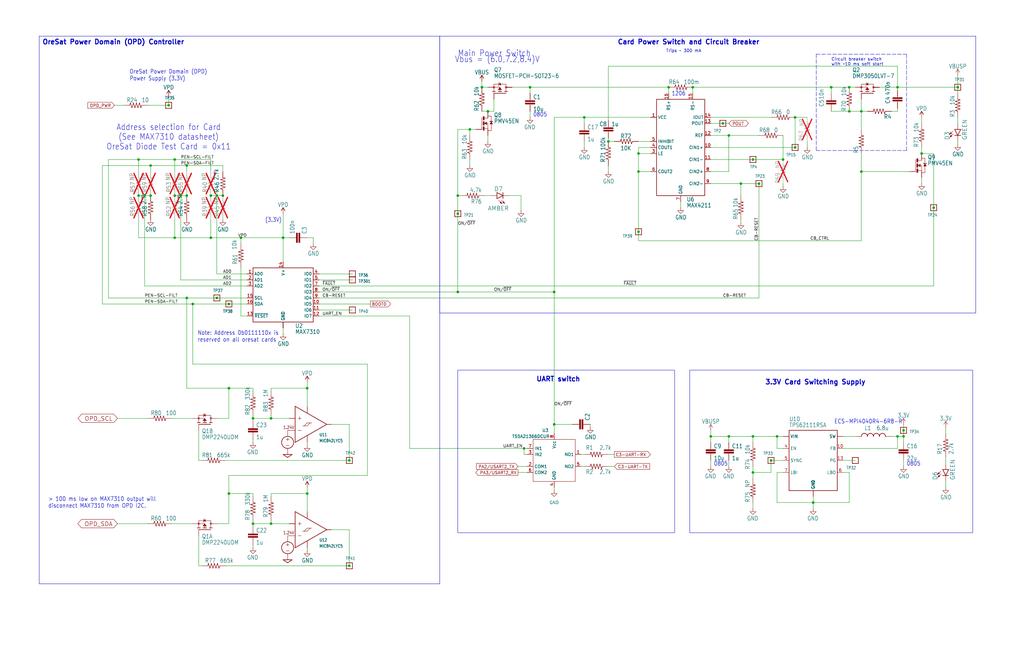
<source format=kicad_sch>
(kicad_sch (version 20231120) (generator "eeschema") (generator_version "8.0")
  (paper "USLedger")
  (title_block (title "OreSat Diode Test Card") (date "2024-04-21") (rev "v1.0"))
  (junction (at 358.14 46.99))
  (junction (at 96.52 163.83))
  (junction (at 378.46 184.15))
  (junction (at 106.68 220.98))
  (junction (at 76.2 82.55))
  (junction (at 381 181.61))
  (junction (at 71.12 44.45))
  (junction (at 269.24 64.77))
  (junction (at 327.66 184.15))
  (junction (at 147.32 194.31))
  (junction (at 281.94 36.83))
  (junction (at 358.14 36.83))
  (junction (at 393.7 87.63))
  (junction (at 91.44 125.73))
  (junction (at 388.62 64.77))
  (junction (at 299.72 184.15))
  (junction (at 78.74 69.85))
  (junction (at 381 184.15))
  (junction (at 73.66 82.55))
  (junction (at 198.12 54.61))
  (junction (at 335.28 62.23))
  (junction (at 73.66 100.33))
  (junction (at 256.54 59.69))
  (junction (at 205.74 46.99))
  (junction (at 88.9 100.33))
  (junction (at 63.5 69.85))
  (junction (at 114.3 220.98))
  (junction (at 403.86 36.83))
  (junction (at 73.66 67.31))
  (junction (at 233.68 179.07))
  (junction (at 317.5 67.31))
  (junction (at 378.46 36.83))
  (junction (at 246.38 49.53))
  (junction (at 269.24 97.79))
  (junction (at 63.5 82.55))
  (junction (at 325.12 194.31))
  (junction (at 350.52 36.83))
  (junction (at 58.42 82.55))
  (junction (at 119.38 100.33))
  (junction (at 58.42 67.31))
  (junction (at 317.5 184.15))
  (junction (at 203.2 36.83))
  (junction (at 269.24 72.39))
  (junction (at 220.98 189.23))
  (junction (at 330.2 67.31))
  (junction (at 307.34 184.15))
  (junction (at 193.04 90.17))
  (junction (at 307.34 57.15))
  (junction (at 106.68 176.53))
  (junction (at 233.68 123.19))
  (junction (at 88.9 82.55))
  (junction (at 363.22 72.39))
  (junction (at 312.42 77.47))
  (junction (at 320.04 77.47))
  (junction (at 342.9 212.09))
  (junction (at 304.8 52.07))
  (junction (at 91.44 82.55))
  (junction (at 93.98 82.55))
  (junction (at 114.3 176.53))
  (junction (at 96.52 128.27))
  (junction (at 223.52 36.83))
  (junction (at 81.28 128.27))
  (junction (at 193.04 82.55))
  (junction (at 78.74 125.73))
  (junction (at 78.74 82.55))
  (junction (at 60.96 82.55))
  (junction (at 101.6 100.33))
  (junction (at 129.54 163.83))
  (junction (at 335.28 49.53))
  (junction (at 96.52 208.28))
  (junction (at 129.54 208.28))
  (junction (at 363.22 46.99))
  (junction (at 147.32 238.76))
  (junction (at 193.04 123.19))
  (junction (at 317.5 199.39))
  (junction (at 292.1 36.83))
  (wire (pts (xy 88.9 100.33) (xy 88.9 95.25)) (stroke (width 0.1524)))
  (wire (pts (xy 307.34 196.85) (xy 307.34 194.31)) (stroke (width 0.1524)))
  (wire (pts (xy 73.66 67.31) (xy 88.9 67.31)) (stroke (width 0.1524)))
  (wire (pts (xy 58.42 67.31) (xy 73.66 67.31)) (stroke (width 0.1524)))
  (wire (pts (xy 60.96 120.65) (xy 60.96 82.55)) (stroke (width 0.1524)))
  (wire (pts (xy 223.52 36.83) (xy 281.94 36.83)) (stroke (width 0.1524)))
  (wire (pts (xy 256.54 58.42) (xy 256.54 59.69)) (stroke (width 0.1524)))
  (wire (pts (xy 256.54 27.94) (xy 378.46 27.94)) (stroke (width 0.1524)))
  (wire (pts (xy 393.7 64.77) (xy 393.7 87.63)) (stroke (width 0.1524)))
  (wire (pts (xy 378.46 36.83) (xy 403.86 36.83)) (stroke (width 0.1524)))
  (wire (pts (xy 96.52 163.83) (xy 96.52 176.53)) (stroke (width 0.1524)))
  (wire (pts (xy 393.7 120.65) (xy 134.62 120.65)) (stroke (width 0.1524)))
  (wire (pts (xy 307.34 57.15) (xy 320.04 57.15)) (stroke (width 0.1524)))
  (wire (pts (xy 320.04 77.47) (xy 312.42 77.47)) (stroke (width 0.1524)))
  (wire (pts (xy 302.26 57.15) (xy 307.34 57.15)) (stroke (width 0.1524)))
  (wire (pts (xy 148.59 115.57) (xy 134.62 115.57)) (stroke (width 0.1524)))
  (wire (pts (xy 58.42 100.33) (xy 73.66 100.33)) (stroke (width 0.1524)))
  (wire (pts (xy 193.04 54.61) (xy 193.04 82.55)) (stroke (width 0.1524)))
  (wire (pts (xy 378.46 189.23) (xy 378.46 184.15)) (stroke (width 0.1524)))
  (wire (pts (xy 71.12 44.45) (xy 71.12 40.64)) (stroke (width 0.1524)))
  (wire (pts (xy 147.32 223.52) (xy 147.32 238.76)) (stroke (width 0.1524)))
  (wire (pts (xy 95.25 238.76) (xy 147.32 238.76)) (stroke (width 0.1524)))
  (wire (pts (xy 381 196.85) (xy 381 194.31)) (stroke (width 0.1524)))
  (wire (pts (xy 106.68 165.1) (xy 106.68 163.83)) (stroke (width 0.1524)))
  (wire (pts (xy 106.68 176.53) (xy 106.68 175.26)) (stroke (width 0.1524)))
  (wire (pts (xy 129.54 208.28) (xy 114.3 208.28)) (stroke (width 0.1524)))
  (wire (pts (xy 139.7 223.52) (xy 147.32 223.52)))
  (wire (pts (xy 208.28 46.99) (xy 208.28 41.91)) (stroke (width 0.1524)))
  (wire (pts (xy 134.62 118.11) (xy 148.59 118.11)) (stroke (width 0.1524)))
  (wire (pts (xy 269.24 97.79) (xy 269.24 72.39)) (stroke (width 0.1524)))
  (wire (pts (xy 340.36 59.69) (xy 340.36 62.23)))
  (wire (pts (xy 393.7 87.63) (xy 393.7 120.65)) (stroke (width 0.1524)))
  (wire (pts (xy 287.02 87.63) (xy 287.02 85.09)) (stroke (width 0.1524)))
  (wire (pts (xy 363.22 46.99) (xy 365.76 46.99)))
  (wire (pts (xy 76.2 82.55) (xy 76.2 80.01)) (stroke (width 0.1524)))
  (wire (pts (xy 134.62 123.19) (xy 193.04 123.19)) (stroke (width 0.1524)))
  (wire (pts (xy 299.72 186.69) (xy 299.72 184.15)) (stroke (width 0.1524)))
  (wire (pts (xy 96.52 176.53) (xy 91.44 176.53)) (stroke (width 0.1524)))
  (wire (pts (xy 81.28 153.67) (xy 81.28 128.27)) (stroke (width 0.1524)))
  (wire (pts (xy 58.42 100.33) (xy 58.42 92.71)) (stroke (width 0.1524)))
  (wire (pts (xy 358.14 36.83) (xy 360.68 36.83)) (stroke (width 0.1524)))
  (wire (pts (xy 106.68 208.28) (xy 96.52 208.28)) (stroke (width 0.1524)))
  (wire (pts (xy 269.24 64.77) (xy 274.32 64.77)) (stroke (width 0.1524)))
  (wire (pts (xy 320.04 125.73) (xy 320.04 77.47)) (stroke (width 0.1524)))
  (wire (pts (xy 363.22 46.99) (xy 363.22 41.91)) (stroke (width 0.1524)))
  (wire (pts (xy 119.38 100.33) (xy 119.38 90.17)) (stroke (width 0.1524)))
  (wire (pts (xy 73.66 100.33) (xy 88.9 100.33)) (stroke (width 0.1524)))
  (wire (pts (xy 358.14 199.39) (xy 358.14 212.09)) (stroke (width 0.1524)))
  (wire (pts (xy 58.42 72.39) (xy 58.42 67.31)) (stroke (width 0.1524)))
  (wire (pts (xy 198.12 67.31) (xy 198.12 69.85)) (stroke (width 0.1524)))
  (wire (pts (xy 85.09 238.76) (xy 83.82 238.76)) (stroke (width 0.1524)))
  (wire (pts (xy 363.22 46.99) (xy 363.22 54.61)) (stroke (width 0.1524)))
  (wire (pts (xy 193.04 82.55) (xy 193.04 90.17)) (stroke (width 0.1524)))
  (wire (pts (xy 363.22 101.6) (xy 269.24 101.6)) (stroke (width 0.1524)))
  (wire (pts (xy 114.3 220.98) (xy 121.92 220.98)) (stroke (width 0.1524)))
  (wire (pts (xy 96.52 220.98) (xy 91.44 220.98)) (stroke (width 0.1524)))
  (wire (pts (xy 45.72 125.73) (xy 78.74 125.73)) (stroke (width 0.1524)))
  (wire (pts (xy 312.42 93.98) (xy 312.42 92.71)))
  (wire (pts (xy 106.68 163.83) (xy 96.52 163.83)) (stroke (width 0.1524)))
  (wire (pts (xy 299.72 57.15) (xy 302.26 57.15)))
  (wire (pts (xy 342.9 214.63) (xy 342.9 212.09)) (stroke (width 0.1524)))
  (wire (pts (xy 104.14 115.57) (xy 91.44 115.57)) (stroke (width 0.1524)))
  (wire (pts (xy 355.6 189.23) (xy 378.46 189.23)) (stroke (width 0.1524)))
  (wire (pts (xy 106.68 220.98) (xy 106.68 219.71)) (stroke (width 0.1524)))
  (wire (pts (xy 194.31 82.55) (xy 193.04 82.55)) (stroke (width 0.1524)))
  (wire (pts (xy 302.26 49.53) (xy 325.12 49.53)) (stroke (width 0.1524)))
  (wire (pts (xy 327.66 199.39) (xy 330.2 199.39)) (stroke (width 0.1524)))
  (wire (pts (xy 223.52 39.37) (xy 223.52 36.83)) (stroke (width 0.1524)))
  (wire (pts (xy 307.34 186.69) (xy 307.34 184.15)) (stroke (width 0.1524)))
  (wire (pts (xy 233.68 171.45) (xy 233.68 123.19)) (stroke (width 0.1524)))
  (wire (pts (xy 398.78 180.34) (xy 398.78 182.88)) (stroke (width 0.1524)))
  (wire (pts (xy 233.68 179.07) (xy 241.3 179.07)))
  (wire (pts (xy 76.2 82.55) (xy 76.2 118.11)) (stroke (width 0.1524)))
  (wire (pts (xy 104.14 120.65) (xy 60.96 120.65)) (stroke (width 0.1524)))
  (wire (pts (xy 330.2 184.15) (xy 327.66 184.15)) (stroke (width 0.1524)))
  (wire (pts (xy 299.72 194.31) (xy 299.72 196.85)) (stroke (width 0.1524)))
  (wire (pts (xy 312.42 82.55) (xy 312.42 77.47)) (stroke (width 0.1524)))
  (wire (pts (xy 204.47 82.55) (xy 207.01 82.55)) (stroke (width 0.1524)))
  (wire (pts (xy 78.74 125.73) (xy 91.44 125.73)) (stroke (width 0.1524)))
  (wire (pts (xy 223.52 46.99) (xy 223.52 49.53)) (stroke (width 0.1524)))
  (wire (pts (xy 139.7 179.07) (xy 140.97 179.07)))
  (wire (pts (xy 96.52 208.28) (xy 96.52 220.98)) (stroke (width 0.1524)))
  (wire (pts (xy 91.44 82.55) (xy 88.9 82.55)) (stroke (width 0.1524)))
  (wire (pts (xy 119.38 140.97) (xy 119.38 138.43)) (stroke (width 0.1524)))
  (wire (pts (xy 134.62 125.73) (xy 320.04 125.73)) (stroke (width 0.1524)))
  (wire (pts (xy 81.28 220.98) (xy 72.39 220.98)) (stroke (width 0.1524)))
  (wire (pts (xy 172.72 133.35) (xy 137.16 133.35)))
  (wire (pts (xy 83.82 194.31) (xy 83.82 181.61)) (stroke (width 0.1524)))
  (wire (pts (xy 327.66 184.15) (xy 317.5 184.15)) (stroke (width 0.1524)))
  (wire (pts (xy 233.68 171.45) (xy 233.68 179.07)))
  (wire (pts (xy 335.28 62.23) (xy 335.28 49.53)) (stroke (width 0.1524)))
  (wire (pts (xy 91.44 82.55) (xy 91.44 80.01)) (stroke (width 0.1524)))
  (wire (pts (xy 78.74 163.83) (xy 78.74 125.73)) (stroke (width 0.1524)))
  (wire (pts (xy 342.9 212.09) (xy 342.9 209.55)) (stroke (width 0.1524)))
  (wire (pts (xy 73.66 92.71) (xy 73.66 100.33)))
  (wire (pts (xy 256.54 72.39) (xy 256.54 69.85)) (stroke (width 0.1524)))
  (wire (pts (xy 96.52 163.83) (xy 78.74 163.83)) (stroke (width 0.1524)))
  (wire (pts (xy 140.97 179.07) (xy 147.32 179.07)) (stroke (width 0.1524)))
  (wire (pts (xy 271.78 62.23) (xy 269.24 62.23)) (stroke (width 0.1524)))
  (wire (pts (xy 95.25 194.31) (xy 147.32 194.31)) (stroke (width 0.1524)))
  (wire (pts (xy 317.5 186.69) (xy 317.5 184.15)) (stroke (width 0.1524)))
  (wire (pts (xy 335.28 49.53) (xy 340.36 49.53)) (stroke (width 0.1524)))
  (wire (pts (xy 129.54 163.83) (xy 129.54 161.29)) (stroke (width 0.1524)))
  (wire (pts (xy 129.54 208.28) (xy 129.54 205.74)) (stroke (width 0.1524)))
  (wire (pts (xy 330.2 67.31) (xy 330.2 57.15)) (stroke (width 0.1524)))
  (wire (pts (xy 281.94 36.83) (xy 281.94 39.37)) (stroke (width 0.1524)))
  (wire (pts (xy 203.2 34.29) (xy 203.2 36.83)) (stroke (width 0.1524)))
  (wire (pts (xy 220.98 189.23) (xy 172.72 189.23)))
  (wire (pts (xy 78.74 69.85) (xy 93.98 69.85)) (stroke (width 0.1524)))
  (wire (pts (xy 256.54 50.8) (xy 256.54 27.94)) (stroke (width 0.1524)))
  (wire (pts (xy 355.6 199.39) (xy 358.14 199.39)) (stroke (width 0.1524)))
  (wire (pts (xy 403.86 59.69) (xy 403.86 60.96)) (stroke (width 0.1524)))
  (wire (pts (xy 233.68 49.53) (xy 246.38 49.53)) (stroke (width 0.1524)))
  (wire (pts (xy 325.12 199.39) (xy 317.5 199.39)) (stroke (width 0.1524)))
  (wire (pts (xy 129.54 100.33) (xy 132.08 100.33)) (stroke (width 0.1524)))
  (wire (pts (xy 233.68 123.19) (xy 233.68 49.53)) (stroke (width 0.1524)))
  (wire (pts (xy 269.24 101.6) (xy 269.24 97.79)) (stroke (width 0.1524)))
  (wire (pts (xy 193.04 90.17) (xy 193.04 123.19)) (stroke (width 0.1524)))
  (wire (pts (xy 299.72 184.15) (xy 307.34 184.15)) (stroke (width 0.1524)))
  (wire (pts (xy 271.78 49.53) (xy 274.32 49.53)))
  (wire (pts (xy 93.98 69.85) (xy 93.98 72.39)) (stroke (width 0.1524)))
  (wire (pts (xy 378.46 46.99) (xy 375.92 46.99)))
  (wire (pts (xy 271.78 62.23) (xy 274.32 62.23)))
  (wire (pts (xy 114.3 165.1) (xy 114.3 163.83)) (stroke (width 0.1524)))
  (wire (pts (xy 104.14 133.35) (xy 101.6 133.35)) (stroke (width 0.1524)))
  (wire (pts (xy 350.52 46.99) (xy 358.14 46.99)))
  (wire (pts (xy 106.68 220.98) (xy 114.3 220.98)) (stroke (width 0.1524)))
  (wire (pts (xy 317.5 67.31) (xy 330.2 67.31)) (stroke (width 0.1524)))
  (wire (pts (xy 129.54 171.45) (xy 129.54 163.83)) (stroke (width 0.1524)))
  (wire (pts (xy 304.8 52.07) (xy 307.34 52.07)) (stroke (width 0.1524)))
  (wire (pts (xy 398.78 203.2) (xy 398.78 205.74)) (stroke (width 0.1524)))
  (wire (pts (xy 363.22 64.77) (xy 363.22 72.39)) (stroke (width 0.1524)))
  (wire (pts (xy 45.72 67.31) (xy 58.42 67.31)) (stroke (width 0.1524)))
  (polyline (pts (xy 344.17 22.86) (xy 382.27 22.86)) (stroke (width 0) (type dash)))
  (wire (pts (xy 154.94 153.67) (xy 81.28 153.67)) (stroke (width 0.1524)))
  (wire (pts (xy 76.2 82.55) (xy 73.66 82.55)) (stroke (width 0.1524)))
  (wire (pts (xy 62.23 220.98) (xy 49.53 220.98)) (stroke (width 0.1524)))
  (wire (pts (xy 43.18 69.85) (xy 63.5 69.85)) (stroke (width 0.1524)))
  (polyline (pts (xy 344.17 22.86) (xy 344.17 63.5)) (stroke (width 0) (type dash)))
  (wire (pts (xy 52.07 44.45) (xy 48.26 44.45)) (stroke (width 0.1524)))
  (wire (pts (xy 172.72 133.35) (xy 172.72 189.23)))
  (wire (pts (xy 403.86 36.83) (xy 403.86 39.37)) (stroke (width 0.1524)))
  (wire (pts (xy 378.46 184.15) (xy 381 184.15)) (stroke (width 0.1524)))
  (wire (pts (xy 299.72 62.23) (xy 335.28 62.23)) (stroke (width 0.1524)))
  (wire (pts (xy 198.12 54.61) (xy 193.04 54.61)) (stroke (width 0.1524)))
  (polyline (pts (xy 382.27 63.5) (xy 382.27 22.86)) (stroke (width 0) (type dash)))
  (wire (pts (xy 350.52 36.83) (xy 350.52 39.37)))
  (wire (pts (xy 101.6 100.33) (xy 119.38 100.33)) (stroke (width 0.1524)))
  (wire (pts (xy 317.5 201.93) (xy 317.5 199.39)) (stroke (width 0.1524)))
  (wire (pts (xy 198.12 57.15) (xy 198.12 54.61)) (stroke (width 0.1524)))
  (wire (pts (xy 114.3 176.53) (xy 121.92 176.53)) (stroke (width 0.1524)))
  (wire (pts (xy 96.52 128.27) (xy 81.28 128.27)) (stroke (width 0.1524)))
  (wire (pts (xy 219.71 82.55) (xy 219.71 88.9)) (stroke (width 0.1524)))
  (wire (pts (xy 317.5 214.63) (xy 317.5 212.09)) (stroke (width 0.1524)))
  (wire (pts (xy 269.24 64.77) (xy 269.24 72.39)) (stroke (width 0.1524)))
  (wire (pts (xy 378.46 45.72) (xy 378.46 46.99)))
  (wire (pts (xy 106.68 176.53) (xy 114.3 176.53)) (stroke (width 0.1524)))
  (wire (pts (xy 269.24 59.69) (xy 274.32 59.69)) (stroke (width 0.1524)))
  (wire (pts (xy 370.84 36.83) (xy 378.46 36.83)) (stroke (width 0.1524)))
  (wire (pts (xy 104.14 118.11) (xy 76.2 118.11)) (stroke (width 0.1524)))
  (wire (pts (xy 269.24 62.23) (xy 269.24 64.77)) (stroke (width 0.1524)))
  (wire (pts (xy 106.68 220.98) (xy 106.68 222.25)) (stroke (width 0.1524)))
  (wire (pts (xy 88.9 72.39) (xy 88.9 67.31)) (stroke (width 0.1524)))
  (wire (pts (xy 222.25 191.77) (xy 220.98 191.77)))
  (wire (pts (xy 355.6 194.31) (xy 360.68 194.31)) (stroke (width 0.1524)))
  (wire (pts (xy 246.38 196.85) (xy 245.11 196.85)))
  (wire (pts (xy 325.12 194.31) (xy 325.12 199.39)) (stroke (width 0.1524)))
  (wire (pts (xy 218.44 199.39) (xy 222.25 199.39)))
  (wire (pts (xy 93.98 82.55) (xy 91.44 82.55)) (stroke (width 0.1524)))
  (wire (pts (xy 317.5 184.15) (xy 307.34 184.15)) (stroke (width 0.1524)))
  (wire (pts (xy 83.82 238.76) (xy 83.82 226.06)) (stroke (width 0.1524)))
  (wire (pts (xy 246.38 52.07) (xy 246.38 49.53)) (stroke (width 0.1524)))
  (wire (pts (xy 220.98 191.77) (xy 220.98 189.23)))
  (wire (pts (xy 381 179.07) (xy 381 181.61)) (stroke (width 0.1524)))
  (wire (pts (xy 106.68 186.69) (xy 106.68 185.42)) (stroke (width 0.1524)))
  (wire (pts (xy 129.54 208.28) (xy 129.54 215.9)) (stroke (width 0.1524)))
  (wire (pts (xy 85.09 194.31) (xy 83.82 194.31)) (stroke (width 0.1524)))
  (wire (pts (xy 81.28 176.53) (xy 72.39 176.53)) (stroke (width 0.1524)))
  (wire (pts (xy 327.66 199.39) (xy 327.66 212.09)) (stroke (width 0.1524)))
  (wire (pts (xy 45.72 125.73) (xy 45.72 67.31)) (stroke (width 0.1524)))
  (wire (pts (xy 91.44 125.73) (xy 104.14 125.73)) (stroke (width 0.1524)))
  (wire (pts (xy 299.72 72.39) (xy 307.34 72.39)) (stroke (width 0.1524)))
  (wire (pts (xy 78.74 82.55) (xy 76.2 82.55)) (stroke (width 0.1524)))
  (wire (pts (xy 327.66 212.09) (xy 342.9 212.09)) (stroke (width 0.1524)))
  (wire (pts (xy 299.72 67.31) (xy 317.5 67.31)) (stroke (width 0.1524)))
  (wire (pts (xy 78.74 72.39) (xy 78.74 69.85)) (stroke (width 0.1524)))
  (wire (pts (xy 358.14 212.09) (xy 342.9 212.09)) (stroke (width 0.1524)))
  (wire (pts (xy 198.12 54.61) (xy 200.66 54.61)) (stroke (width 0.1524)))
  (wire (pts (xy 119.38 110.49) (xy 119.38 100.33)) (stroke (width 0.1524)))
  (wire (pts (xy 205.74 46.99) (xy 208.28 46.99)) (stroke (width 0.1524)))
  (wire (pts (xy 63.5 82.55) (xy 60.96 82.55)) (stroke (width 0.1524)))
  (wire (pts (xy 246.38 62.23) (xy 246.38 59.69)) (stroke (width 0.1524)))
  (wire (pts (xy 299.72 52.07) (xy 304.8 52.07)) (stroke (width 0.1524)))
  (wire (pts (xy 218.44 196.85) (xy 222.25 196.85)))
  (wire (pts (xy 381 184.15) (xy 381 181.61)) (stroke (width 0.1524)))
  (wire (pts (xy 88.9 92.71) (xy 88.9 95.25)))
  (wire (pts (xy 327.66 189.23) (xy 330.2 189.23)) (stroke (width 0.1524)))
  (wire (pts (xy 81.28 128.27) (xy 43.18 128.27)) (stroke (width 0.1524)))
  (wire (pts (xy 307.34 72.39) (xy 307.34 57.15)) (stroke (width 0.1524)))
  (wire (pts (xy 317.5 199.39) (xy 317.5 196.85)) (stroke (width 0.1524)))
  (wire (pts (xy 73.66 72.39) (xy 73.66 67.31)) (stroke (width 0.1524)))
  (wire (pts (xy 259.08 196.85) (xy 256.54 196.85)))
  (wire (pts (xy 96.52 200.66) (xy 154.94 200.66)) (stroke (width 0.1524)))
  (wire (pts (xy 106.68 231.14) (xy 106.68 229.87)) (stroke (width 0.1524)))
  (wire (pts (xy 383.54 72.39) (xy 363.22 72.39)) (stroke (width 0.1524)))
  (wire (pts (xy 62.23 176.53) (xy 49.53 176.53)) (stroke (width 0.1524)))
  (wire (pts (xy 363.22 72.39) (xy 363.22 101.6)) (stroke (width 0.1524)))
  (wire (pts (xy 246.38 49.53) (xy 271.78 49.53)) (stroke (width 0.1524)))
  (wire (pts (xy 134.62 128.27) (xy 156.21 128.27)) (stroke (width 0.1524)))
  (wire (pts (xy 355.6 184.15) (xy 360.68 184.15)) (stroke (width 0.1524)))
  (wire (pts (xy 129.54 232.41) (xy 129.54 231.14)) (stroke (width 0.1524)))
  (wire (pts (xy 193.04 123.19) (xy 233.68 123.19)) (stroke (width 0.1524)))
  (wire (pts (xy 398.78 193.04) (xy 398.78 195.58)) (stroke (width 0.1524)))
  (wire (pts (xy 350.52 36.83) (xy 358.14 36.83)) (stroke (width 0.1524)))
  (wire (pts (xy 358.14 46.99) (xy 363.22 46.99)) (stroke (width 0.1524)))
  (wire (pts (xy 388.62 74.93) (xy 388.62 77.47)) (stroke (width 0.1524)))
  (wire (pts (xy 114.3 209.55) (xy 114.3 208.28)) (stroke (width 0.1524)))
  (wire (pts (xy 101.6 113.03) (xy 101.6 133.35)) (stroke (width 0.1524)))
  (wire (pts (xy 269.24 72.39) (xy 271.78 72.39)) (stroke (width 0.1524)))
  (wire (pts (xy 271.78 72.39) (xy 274.32 72.39)))
  (wire (pts (xy 403.86 31.75) (xy 403.86 36.83)) (stroke (width 0.1524)))
  (wire (pts (xy 96.52 208.28) (xy 96.52 200.66)) (stroke (width 0.1524)))
  (wire (pts (xy 378.46 27.94) (xy 378.46 36.83)) (stroke (width 0.1524)))
  (wire (pts (xy 403.86 49.53) (xy 403.86 52.07)) (stroke (width 0.1524)))
  (wire (pts (xy 327.66 189.23) (xy 327.66 184.15)) (stroke (width 0.1524)))
  (wire (pts (xy 215.9 36.83) (xy 223.52 36.83)) (stroke (width 0.1524)))
  (wire (pts (xy 259.08 191.77) (xy 256.54 191.77)))
  (wire (pts (xy 147.32 179.07) (xy 147.32 194.31)) (stroke (width 0.1524)))
  (wire (pts (xy 203.2 46.99) (xy 205.74 46.99)) (stroke (width 0.1524)))
  (wire (pts (xy 205.74 57.15) (xy 205.74 59.69)) (stroke (width 0.1524)))
  (wire (pts (xy 292.1 39.37) (xy 292.1 36.83)) (stroke (width 0.1524)))
  (wire (pts (xy 63.5 69.85) (xy 78.74 69.85)) (stroke (width 0.1524)))
  (wire (pts (xy 378.46 36.83) (xy 378.46 38.1)))
  (wire (pts (xy 60.96 82.55) (xy 58.42 82.55)) (stroke (width 0.1524)))
  (wire (pts (xy 299.72 184.15) (xy 299.72 181.61)) (stroke (width 0.1524)))
  (wire (pts (xy 62.23 44.45) (xy 71.12 44.45)) (stroke (width 0.1524)))
  (wire (pts (xy 106.68 177.8) (xy 106.68 176.53)) (stroke (width 0.1524)))
  (wire (pts (xy 246.38 191.77) (xy 245.11 191.77)))
  (wire (pts (xy 119.38 100.33) (xy 121.92 100.33)) (stroke (width 0.1524)))
  (wire (pts (xy 104.14 128.27) (xy 96.52 128.27)) (stroke (width 0.1524)))
  (wire (pts (xy 233.68 179.07) (xy 233.68 182.88)))
  (wire (pts (xy 256.54 59.69) (xy 259.08 59.69)) (stroke (width 0.1524)))
  (wire (pts (xy 299.72 49.53) (xy 302.26 49.53)))
  (wire (pts (xy 381 186.69) (xy 381 184.15)) (stroke (width 0.1524)))
  (wire (pts (xy 129.54 187.96) (xy 129.54 186.69)) (stroke (width 0.1524)))
  (wire (pts (xy 233.68 205.74) (xy 233.68 207.01)))
  (wire (pts (xy 101.6 102.87) (xy 101.6 100.33)) (stroke (width 0.1524)))
  (wire (pts (xy 88.9 100.33) (xy 101.6 100.33)) (stroke (width 0.1524)))
  (wire (pts (xy 91.44 82.55) (xy 91.44 115.57)) (stroke (width 0.1524)))
  (wire (pts (xy 132.08 100.33) (xy 132.08 102.87)) (stroke (width 0.1524)))
  (wire (pts (xy 129.54 163.83) (xy 114.3 163.83)) (stroke (width 0.1524)))
  (wire (pts (xy 203.2 36.83) (xy 205.74 36.83)) (stroke (width 0.1524)))
  (wire (pts (xy 63.5 72.39) (xy 63.5 69.85)) (stroke (width 0.1524)))
  (wire (pts (xy 388.62 49.53) (xy 388.62 52.07)) (stroke (width 0.1524)))
  (wire (pts (xy 378.46 184.15) (xy 375.92 184.15)) (stroke (width 0.1524)))
  (wire (pts (xy 330.2 77.47) (xy 330.2 78.74)))
  (wire (pts (xy 388.62 64.77) (xy 393.7 64.77)) (stroke (width 0.1524)))
  (wire (pts (xy 388.62 62.23) (xy 388.62 64.77)) (stroke (width 0.1524)))
  (wire (pts (xy 134.62 130.81) (xy 148.59 130.81)) (stroke (width 0.1524)))
  (wire (pts (xy 106.68 209.55) (xy 106.68 208.28)) (stroke (width 0.1524)))
  (wire (pts (xy 137.16 133.35) (xy 134.62 133.35)) (stroke (width 0.1524)))
  (wire (pts (xy 292.1 36.83) (xy 350.52 36.83)) (stroke (width 0.1524)))
  (wire (pts (xy 325.12 194.31) (xy 330.2 194.31)) (stroke (width 0.1524)))
  (wire (pts (xy 220.98 189.23) (xy 222.25 189.23)))
  (wire (pts (xy 114.3 219.71) (xy 114.3 220.98)) (stroke (width 0.1524)))
  (wire (pts (xy 154.94 200.66) (xy 154.94 153.67)) (stroke (width 0.1524)))
  (wire (pts (xy 43.18 128.27) (xy 43.18 69.85)) (stroke (width 0.1524)))
  (wire (pts (xy 114.3 175.26) (xy 114.3 176.53)) (stroke (width 0.1524)))
  (wire (pts (xy 214.63 82.55) (xy 219.71 82.55)) (stroke (width 0.1524)))
  (polyline (pts (xy 344.17 63.5) (xy 382.27 63.5)) (stroke (width 0) (type dash)))
  (wire (pts (xy 299.72 77.47) (xy 312.42 77.47)) (stroke (width 0.1524)))
  (wire (pts (xy 248.92 179.07) (xy 248.92 180.34)))
  (rectangle (start 185.42 15.24) (end 411.48 132.08))
  (rectangle (start 193.04 156.21) (end 284.48 224.79))
  (rectangle (start 290.83 156.21) (end 410.21 224.79))
  (rectangle (start 16.51 15.24) (end 185.42 246.38))
  (text "Card Power Switch and Circuit Breaker" (at 260.35 19.05 0) (effects (font (size 2 2) (thickness 0.4) (bold yes)) (justify left bottom)))
  (text "1206" (at 283.21 40.64 0) (effects (font (size 1.778 1.5113)) (justify left bottom)))
  (text "All caps are ceramic 10% X5R >= 16V V unless marked" (at 15.24 287.02 0) (effects (font (size 1.778 1.5113)) (justify left bottom)))
  (text "3.3V Card Switching Supply" (at 322.58 162.56 0) (effects (font (size 2 2) (thickness 0.4) (bold yes)) (justify left bottom)))
  (text "Trips ~ 300 mA" (at 288.29 21.59 0) (effects (font (size 1.27 1.27))))
  (text "Note: Address 0b0111110x is\nreserved on all oresat cards" (at 83.312 144.526 0) (effects (font (size 1.778 1.5113)) (justify left bottom)))
  (text "> 100 ms low on MAX7310 output will\ndisconnect MAX7310 from OPD I2C." (at 20.32 214.63 0) (effects (font (size 1.778 1.5113)) (justify left bottom)))
  (text "All resistors 0603 +/- 1% unless marked" (at 15.24 284.48 0) (effects (font (size 1.778 1.5113)) (justify left bottom)))
  (text "OreSat Power Domain (OPD)\nPower Supply (3.3V)" (at 54.61 34.29 0) (effects (font (size 1.778 1.5113)) (justify left bottom)))
  (text "Vbus = (6.0,7.2,8.4)V" (at 191.77 26.67 0) (effects (font (size 2.54 2.159)) (justify left bottom)))
  (text "0805" (at 300.99 196.85 0) (effects (font (size 1.778 1.5113)) (justify left bottom)))
  (text "OreSat Power Domain (OPD) Controller" (at 17.78 19.05 0) (effects (font (size 2 2) (thickness 0.4) (bold yes)) (justify left bottom)))
  (text "0805" (at 224.79 49.53 0) (effects (font (size 1.778 1.5113)) (justify left bottom)))
  (text "ECS-MPI4040R4-6R8-R" (at 351.79 179.07 0) (effects (font (size 1.778 1.5113)) (justify left bottom)))
  (text "0805" (at 382.27 196.85 0) (effects (font (size 1.778 1.5113)) (justify left bottom)))
  (text "Address selection for Card\n(See MAX7310 datasheet)\nOreSat Diode Test Card = 0x11" (at 71.12 63.5 0) (effects (font (size 2.54 2.159)) (justify bottom)))
  (text "Circuit breaker switch\nwith ~10 ms soft start" (at 350.52 27.94 0) (effects (font (size 1.27 1.27)) (justify left bottom)))
  (text "Main Power Switch" (at 193.04 24.13 0) (effects (font (size 2.54 2.159)) (justify left bottom)))
  (text "UART switch" (at 226.06 161.29 0) (effects (font (size 2 2) (thickness 0.4) (bold yes)) (justify left bottom)))
  (text "(3.3V)" (at 111.76 93.98 0) (effects (font (size 1.778 1.5113)) (justify left bottom)))
  (label "AD0" (at 93.98 115.57 0) (effects (font (size 1.2446 1.2446))))
  (label "ON/~{OFF}" (at 193.04 95.25 0) (effects (font (size 1.2446 1.2446))))
  (label "AD2" (at 93.98 120.65 0) (effects (font (size 1.2446 1.2446))))
  (label "CB-RESET" (at 320.04 101.6 90) (effects (font (size 1.2446 1.2446))))
  (label "~{FAULT}" (at 262.89 120.65 0) (effects (font (size 1.2446 1.2446))))
  (label "ON/~{OFF}" (at 208.28 123.19 0) (effects (font (size 1.2446 1.2446))))
  (label "ON/~{OFF}" (at 135.89 123.19 0) (effects (font (size 1.2446 1.2446))))
  (label "~{FAULT}" (at 135.89 120.65 0) (effects (font (size 1.2446 1.2446))))
  (label "CB-RESET" (at 135.89 125.73 0) (effects (font (size 1.2446 1.2446))))
  (label "PEN-SCL-FILT" (at 76.2 67.31 0) (effects (font (size 1.2446 1.2446))))
  (label "CB_CTRL" (at 341.63 101.6 0) (effects (font (size 1.2446 1.2446))))
  (label "UART_EN" (at 135.89 133.35 0))
  (label "CB-RESET" (at 304.8 125.73 0) (effects (font (size 1.2446 1.2446))))
  (label "PEN-SDA-FILT" (at 60.96 128.27 0) (effects (font (size 1.2446 1.2446))))
  (label "UART_EN" (at 212.09 189.23 0))
  (label "ON/~{OFF}" (at 233.68 171.45 0) (effects (font (size 1.2446 1.2446))))
  (label "VPD" (at 100.33 100.33 0) (effects (font (size 1.2446 1.2446))))
  (label "PEN-SCL-FILT" (at 60.96 125.73 0) (effects (font (size 1.2446 1.2446))))
  (label "PEN-SDA-FILT" (at 76.2 69.85 0) (effects (font (size 1.2446 1.2446))))
  (label "AD1" (at 93.98 118.11 0) (effects (font (size 1.2446 1.2446))))
  (global_label "OPD_SCL" (shape bidirectional) (at 49.53 176.53 180) (effects (font (size 1.778 1.778))) (property "Intersheetrefs" "${INTERSHEET_REFS}" (at 32.1112 176.53 0) (effects (justify right))))
  (global_label "OPD_SDA" (shape bidirectional) (at 49.53 220.98 180) (effects (font (size 1.778 1.778))) (property "Intersheetrefs" "${INTERSHEET_REFS}" (at 32.0265 220.98 0) (effects (justify right))))
  (global_label "OPD_PWR" (shape input) (at 48.26 44.45 180) (property "Intersheetrefs" "${INTERSHEET_REFS}" (at 36.4453 44.45 0) (effects (justify right))))
  (global_label "C3-UART-RX" (shape output) (at 259.08 191.77 0) (property "Intersheetrefs" "${INTERSHEET_REFS}" (at 274.7463 191.77 0) (effects (justify left))))
  (global_label "POUT" (shape bidirectional) (at 307.34 52.07 0) (effects (font (size 1.2446 1.2446))) (property "Intersheetrefs" "${INTERSHEET_REFS}" (at 316.1549 52.07 0) (effects (justify left))))
  (global_label "PA3{slash}USART2_RX" (shape output) (at 218.44 199.39 180) (property "Intersheetrefs" "${INTERSHEET_REFS}" (at 200.1128 199.39 0) (effects (justify right))))
  (global_label "PA2{slash}USART2_TX" (shape input) (at 218.44 196.85 180) (property "Intersheetrefs" "${INTERSHEET_REFS}" (at 200.4152 196.85 0) (effects (justify right))))
  (global_label "C3-UART-TX" (shape input) (at 259.08 196.85 0) (property "Intersheetrefs" "${INTERSHEET_REFS}" (at 274.4439 196.85 0) (effects (justify left))))
  (global_label "BOOT0" (shape output) (at 156.21 128.27 0) (property "Intersheetrefs" "${INTERSHEET_REFS}" (at 165.3033 128.27 0) (effects (justify left))))
  (symbol (lib_id "oresat-ics:MIC842LYC5") (at 129.54 179.07 0) (unit 1)
    (property "Reference" "U11" (at 134.62 184.15 0) (effects (font (size 1.27 1.0795)) (justify left bottom)))
    (property "Value" "MIC842LYC5" (at 134.62 186.69 0) (effects (font (size 1.27 1.0795)) (justify left bottom)))
    (property "Footprint" "Package_TO_SOT_SMD:SOT-353_SC-70-5" (effects (hide yes)))
    (property "Datasheet" "https://ww1.microchip.com/downloads/aemDocuments/documents/OTH/ProductDocuments/DataSheets/20005758A.pdf" (effects (hide yes)))
    (property "Description" "IC Single Comparator W/REF, SC-70-5" (effects (hide yes)))
  )
  (symbol (lib_id "oresat-proto-card-eagle-import:C-EU0603-C-NOSILK") (at 246.38 179.07 270) (mirror x) (unit 1)
    (property "Reference" "C2" (at 246.761 177.546 0) (effects (font (size 1.778 1.5113)) (justify left bottom)))
    (property "Value" "CL10B104KB8NNNL" (effects (hide yes)))
    (property "Footprint" "oresat-passives:0603-C-NOSILK" (effects (hide yes)))
    (instances (project "oresat-diode-test-card" (path "" (reference "C2") (unit 1))) (project "oresat-adcs-card" (path "" (reference "C99") (unit 1))))
  )
  (symbol (lib_id "oresat-proto-card-eagle-import:R-US_0603-C-NOSILK") (at 90.17 194.31 180) (unit 1)
    (property "Reference" "R81" (at 85.09 193.04 0) (effects (font (size 1.778 1.5113)) (justify right top)))
    (property "Value" "665k" (at 91.44 193.04 0) (effects (font (size 1.778 1.5113)) (justify right top)))
    (property "Footprint" "oresat-passives:0603-C-NOSILK" (effects (hide yes)))
    (property "DIS" "Digi-Key" (effects (hide yes)))
    (property "DPN" "RNCP0603FTD10K0CT-ND  " (effects (hide yes)))
    (property "MFR" "Stackpole" (effects (hide yes)))
    (property "MPN" "RNCP0603FTD10K0" (effects (hide yes)))
  )
  (symbol (lib_id "oresat-proto-card-eagle-import:VPD") (at 119.38 90.17 0) (unit 1)
    (property "Reference" "#VPD07" (effects (hide yes)))
    (property "Value" "VPD" (at 119.38 87.376 0) (effects (font (size 1.778 1.5113)) (justify bottom)))
  )
  (symbol (lib_id "oresat-proto-card-eagle-import:C-EU0603-C-NOSILK") (at 106.68 180.34 0) (unit 1)
    (property "Reference" "C23" (at 107.95 180.34 0) (effects (font (size 1.778 1.5113)) (justify left bottom)))
    (property "Value" "1u" (at 107.95 185.42 0) (effects (font (size 1.778 1.5113)) (justify left bottom)))
    (property "Footprint" "oresat-passives:0603-C-NOSILK" (effects (hide yes)))
    (property "DIS" "Digi-Key" (effects (hide yes)))
    (property "DPN" "311-1444-1-ND" (effects (hide yes)))
    (property "MFR" "Yageo" (effects (hide yes)))
    (property "MPN" "CC0603KRX5R7BB105" (effects (hide yes)))
  )
  (symbol (lib_id "oresat-proto-card-eagle-import:C-EU0805-B-NOSILK") (at 223.52 41.91 0) (unit 1)
    (property "Reference" "C1" (at 224.79 41.91 0) (effects (font (size 1.778 1.5113)) (justify left bottom)))
    (property "Value" "10u" (at 224.79 46.99 0) (effects (font (size 1.778 1.5113)) (justify left bottom)))
    (property "Footprint" "oresat-passives:0805-B-NOSILK" (effects (hide yes)))
    (property "DIS" "Digi-Key" (effects (hide yes)))
    (property "DPN" "1276-6472-1-ND" (effects (hide yes)))
    (property "MFR" "Samsung" (effects (hide yes)))
    (property "MPN" "CL21B106KOQNNNG" (effects (hide yes)))
  )
  (symbol (lib_id "oresat-proto-card-eagle-import:TEST-POINT-LARGE-SQUARE") (at 335.28 62.23 0) (unit 1)
    (property "Reference" "TP15" (at 331.47 66.04 0) (effects (font (size 1.27 1.0795)) (justify left bottom)))
    (property "Value" "TEST-POINT-LARGE-SQUARE" (effects (hide yes)))
    (property "Footprint" "oresat-proto-card:1X01" (effects (hide yes)))
  )
  (symbol (lib_id "power:GND") (at 248.92 180.34 0) (mirror y) (unit 1)
    (property "Reference" "#GND07" (effects (hide yes)))
    (property "Value" "GND" (at 251.46 185.42 0) (effects (font (size 1.778 1.5113)) (justify left bottom)))
    (property "Description" "Power symbol creates a global label with name \"GND\" , ground" (effects (hide yes)))
    (instances (project "oresat-diode-test-card" (path "" (reference "#GND07") (unit 1))) (project "oresat-adcs-card" (path "" (reference "#GND015") (unit 1))))
  )
  (symbol (lib_id "oresat-proto-card-eagle-import:LED-GREEN0603") (at 403.86 54.61 0) (unit 1)
    (property "Reference" "D3" (at 400.431 59.182 90) (effects (font (size 1.778 1.778)) (justify left bottom)))
    (property "Value" "GREEN" (at 405.765 59.182 90) (effects (font (size 1.778 1.778)) (justify left top)))
    (property "Footprint" "oresat-proto-card:LED-0603" (effects (hide yes)))
    (property "DIS" "Digi-Key" (effects (hide yes)))
    (property "DPN" "511-1584-1-ND" (effects (hide yes)))
    (property "MFR" "Rohm" (effects (hide yes)))
    (property "MPN" "SML-E12M8WT86" (effects (hide yes)))
  )
  (symbol (lib_id "power:GND") (at 132.08 102.87 0) (mirror y) (unit 1)
    (property "Reference" "#GND09" (effects (hide yes)))
    (property "Value" "GND" (at 134.62 107.95 0) (effects (font (size 1.778 1.5113)) (justify left bottom)))
    (property "Description" "Power symbol creates a global label with name \"GND\" , ground" (effects (hide yes)))
  )
  (symbol (lib_id "oresat-proto-card-eagle-import:R-US_0603-C-NOSILK") (at 106.68 214.63 90) (unit 1)
    (property "Reference" "R78" (at 105.41 219.71 0) (effects (font (size 1.778 1.5113)) (justify left bottom)))
    (property "Value" "330k" (at 105.41 213.36 0) (effects (font (size 1.778 1.5113)) (justify left bottom)))
    (property "Footprint" "oresat-passives:0603-C-NOSILK" (effects (hide yes)))
    (property "DIS" "Digi-Key" (effects (hide yes)))
    (property "DPN" "A129718CT-ND" (effects (hide yes)))
    (property "MFR" "TE Connectivity" (effects (hide yes)))
    (property "MPN" "CRGCQ0603F330K" (effects (hide yes)))
  )
  (symbol (lib_id "oresat-proto-card-eagle-import:TEST-POINT-LARGE-SQUARE") (at 91.44 125.73 180) (unit 1)
    (property "Reference" "TP37" (at 93.98 121.92 0) (effects (font (size 1.27 1.0795)) (justify left bottom)))
    (property "Value" "TEST-POINT-LARGE-SQUARE" (effects (hide yes)))
    (property "Footprint" "oresat-proto-card:1X01" (effects (hide yes)))
  )
  (symbol (lib_id "oresat-proto-card-eagle-import:TEST-POINT-LARGE-SQUARE") (at 71.12 44.45 180) (unit 1)
    (property "Reference" "TP35" (at 73.66 40.64 0) (effects (font (size 1.27 1.0795)) (justify left bottom)))
    (property "Value" "TEST-POINT-LARGE-SQUARE" (effects (hide yes)))
    (property "Footprint" "oresat-proto-card:1X01" (effects (hide yes)))
  )
  (symbol (lib_id "oresat-proto-card-eagle-import:R-US_0603-C-NOSILK") (at 114.3 170.18 90) (unit 1)
    (property "Reference" "R83" (at 113.03 173.99 0) (effects (font (size 1.778 1.5113)) (justify left bottom)))
    (property "Value" "1M" (at 113.03 167.64 0) (effects (font (size 1.778 1.5113)) (justify left bottom)))
    (property "Footprint" "oresat-passives:0603-C-NOSILK" (effects (hide yes)))
    (property "DIS" "Digi-Key" (effects (hide yes)))
    (property "DPN" "311-1.00MHRCT-ND  " (effects (hide yes)))
    (property "MFR" "Yageo" (effects (hide yes)))
    (property "MPN" "RC0603FR-071ML" (effects (hide yes)))
  )
  (symbol (lib_id "oresat-proto-card-eagle-import:PMV45EN") (at 388.62 69.85 0) (unit 1)
    (property "Reference" "Q9" (at 391.16 67.31 0) (effects (font (size 1.778 1.5113)) (justify left bottom)))
    (property "Value" "PMV45EN" (at 391.16 69.85 0) (effects (font (size 1.778 1.5113)) (justify left bottom)))
    (property "Footprint" "oresat-proto-card:SOT23" (effects (hide yes)))
    (property "DIS" "Digi-Key" (effects (hide yes)))
    (property "DPN" "1727-2307-1-ND" (effects (hide yes)))
    (property "MFR" "Nexperia" (effects (hide yes)))
    (property "MPN" "PMV45EN2R" (effects (hide yes)))
  )
  (symbol (lib_id "power:GND") (at 307.34 196.85 0) (unit 1)
    (property "Reference" "#GND068" (effects (hide yes)))
    (property "Value" "GND" (at 304.8 201.93 0) (effects (font (size 1.778 1.5113)) (justify left bottom)))
    (property "Description" "Power symbol creates a global label with name \"GND\" , ground" (effects (hide yes)))
  )
  (symbol (lib_id "power:GND") (at 205.74 59.69 0) (mirror y) (unit 1)
    (property "Reference" "#GND017" (effects (hide yes)))
    (property "Value" "GND" (at 208.28 64.77 0) (effects (font (size 1.778 1.5113)) (justify left bottom)))
    (property "Description" "Power symbol creates a global label with name \"GND\" , ground" (effects (hide yes)))
  )
  (symbol (lib_id "oresat-power:VBUSP") (at 403.86 31.75 0) (unit 1)
    (property "Reference" "#VBUSP04" (effects (hide yes)))
    (property "Value" "VBUSP" (at 403.86 28.956 0) (effects (font (size 1.778 1.5113)) (justify bottom)))
    (property "Description" "Power symbol creates a global label with name \"VBUSP\"" (effects (hide yes)))
  )
  (symbol (lib_id "oresat-proto-card-eagle-import:R-US_0603-C-NOSILK") (at 388.62 57.15 90) (unit 1)
    (property "Reference" "R73" (at 387.35 62.23 0) (effects (font (size 1.778 1.5113)) (justify left bottom)))
    (property "Value" "10k" (at 387.35 55.88 0) (effects (font (size 1.778 1.5113)) (justify left bottom)))
    (property "Footprint" "oresat-passives:0603-C-NOSILK" (effects (hide yes)))
    (property "DIS" "Digi-Key" (effects (hide yes)))
    (property "DPN" "RNCP0603FTD10K0CT-ND  " (effects (hide yes)))
    (property "MFR" "Stackpole" (effects (hide yes)))
    (property "MPN" "RNCP0603FTD10K0" (effects (hide yes)))
  )
  (symbol (lib_id "oresat-proto-card-eagle-import:R-US_0603-C-NOSILK") (at 330.2 72.39 90) (unit 1) (dnp yes)
    (property "Reference" "R69" (at 328.93 77.47 0) (effects (font (size 1.778 1.5113)) (justify left bottom)))
    (property "Value" "NP" (at 328.93 71.12 0) (effects (font (size 1.778 1.5113)) (justify left bottom)))
    (property "Footprint" "oresat-passives:0603-C-NOSILK" (effects (hide yes)))
    (property "DIS" "Digi-Key" (effects (hide yes)))
    (property "DPN" "1276-4275-1-ND" (effects (hide yes)))
    (property "MFR" "Samsung" (effects (hide yes)))
    (property "MPN" "RC1005F6653CS" (effects (hide yes)))
  )
  (symbol (lib_id "power:GND") (at 342.9 214.63 0) (unit 1)
    (property "Reference" "#GND067" (effects (hide yes)))
    (property "Value" "GND" (at 340.36 219.71 0) (effects (font (size 1.778 1.5113)) (justify left bottom)))
    (property "Description" "Power symbol creates a global label with name \"GND\" , ground" (effects (hide yes)))
  )
  (symbol (lib_id "oresat-proto-card-eagle-import:R-US_0603-C-NOSILK") (at 78.74 77.47 90) (unit 1) (dnp yes)
    (property "Reference" "R55" (at 77.2414 81.28 0) (effects (font (size 1.778 1.5113)) (justify left bottom)))
    (property "Value" "NP" (at 76.962 76.2 0) (effects (font (size 1.778 1.5113)) (justify left bottom)))
    (property "Footprint" "oresat-passives:0603-C-NOSILK" (effects (hide yes)))
    (property "DIS" "Digi-Key" (effects (hide yes)))
    (property "DPN" "1276-4275-1-ND" (effects (hide yes)))
    (property "MFR" "Samsung" (effects (hide yes)))
    (property "MPN" "RC1005F6653CS" (effects (hide yes)))
  )
  (symbol (lib_id "oresat-proto-card-eagle-import:R-US_0603-C-NOSILK") (at 93.98 77.47 90) (unit 1)
    (property "Reference" "R46" (at 92.4814 81.28 0) (effects (font (size 1.778 1.5113)) (justify left bottom)))
    (property "Value" "2.7k" (at 92.202 76.2 0) (effects (font (size 1.778 1.5113)) (justify left bottom)))
    (property "Footprint" "oresat-passives:0603-C-NOSILK" (effects (hide yes)))
    (property "DIS" "Digi-Key" (effects (hide yes)))
    (property "DPN" "1276-4275-1-ND" (effects (hide yes)))
    (property "MFR" "Samsung" (effects (hide yes)))
    (property "MPN" "RC1005F6653CS" (effects (hide yes)))
  )
  (symbol (lib_id "oresat-proto-card-eagle-import:TEST-POINT-LARGE-SQUARE") (at 148.59 118.11 0) (unit 1)
    (property "Reference" "TP301" (at 151.13 119.38 0) (effects (font (size 1.27 1.0795)) (justify left bottom)))
    (property "Value" "TEST-POINT-LARGE-SQUARE" (effects (hide yes)))
    (property "Footprint" "oresat-proto-card:1X01" (effects (hide yes)))
  )
  (symbol (lib_id "power:GND") (at 340.36 62.23 0) (mirror y) (unit 1)
    (property "Reference" "#GND029" (effects (hide yes)))
    (property "Value" "GND" (at 342.9 67.31 0) (effects (font (size 1.778 1.5113)) (justify left bottom)))
    (property "Description" "Power symbol creates a global label with name \"GND\" , ground" (effects (hide yes)))
  )
  (symbol (lib_id "oresat-proto-card-eagle-import:R-US_0603-C-NOSILK") (at 78.74 87.63 90) (unit 1)
    (property "Reference" "R54" (at 77.2414 91.44 0) (effects (font (size 1.778 1.5113)) (justify left bottom)))
    (property "Value" "2.7k" (at 76.962 86.36 0) (effects (font (size 1.778 1.5113)) (justify left bottom)))
    (property "Footprint" "oresat-passives:0603-C-NOSILK" (effects (hide yes)))
    (property "DIS" "Digi-Key" (effects (hide yes)))
    (property "DPN" "1276-4275-1-ND" (effects (hide yes)))
    (property "MFR" "Samsung" (effects (hide yes)))
    (property "MPN" "RC1005F6653CS" (effects (hide yes)))
  )
  (symbol (lib_id "power:GND") (at 223.52 49.53 0) (unit 1)
    (property "Reference" "#GND03" (effects (hide yes)))
    (property "Value" "GND" (at 220.98 54.61 0) (effects (font (size 1.778 1.5113)) (justify left bottom)))
    (property "Description" "Power symbol creates a global label with name \"GND\" , ground" (effects (hide yes)))
  )
  (symbol (lib_id "oresat-proto-card-eagle-import:TPS6211X") (at 342.9 191.77 0) (unit 1)
    (property "Reference" "U10" (at 332.74 177.8 0) (effects (font (size 1.778 1.5113)) (justify left bottom)))
    (property "Value" "TPS62111RSA" (at 332.74 180.34 0) (effects (font (size 1.778 1.5113)) (justify left bottom)))
    (property "Footprint" "oresat-proto-card:S-PVQFN-16" (effects (hide yes)))
    (property "DIS" "Digi-Key" (effects (hide yes)))
    (property "DPN" "296-37681-2-ND" (effects (hide yes)))
    (property "MFR" "Texas Instruments" (effects (hide yes)))
    (property "MPN" "TPS62111RSA" (effects (hide yes)))
  )
  (symbol (lib_id "oresat-proto-card-eagle-import:R-US_0603-C-NOSILK") (at 363.22 59.69 90) (unit 1)
    (property "Reference" "R5" (at 361.95 64.77 0) (effects (font (size 1.778 1.5113)) (justify left bottom)))
    (property "Value" "RC0603FR-0710KL" (effects (hide yes)))
    (property "Footprint" "oresat-passives:0603-C-NOSILK" (effects (hide yes)))
    (instances (project "oresat-diode-test-card" (path "" (reference "R5") (unit 1))) (project "oresat-adcs-card" (path "" (reference "R136") (unit 1))))
  )
  (symbol (lib_id "oresat-proto-card-eagle-import:R-US_0603-C-NOSILK") (at 403.86 44.45 90) (unit 1)
    (property "Reference" "R3" (at 402.59 49.53 0) (effects (font (size 1.778 1.5113)) (justify left bottom)))
    (property "Value" "10k" (at 402.59 44.45 0) (effects (font (size 1.778 1.5113)) (justify left bottom)))
    (property "Footprint" "oresat-passives:0603-C-NOSILK" (effects (hide yes)))
    (property "DIS" "Digi-Key" (effects (hide yes)))
    (property "DPN" "P2.7KDBCT-ND" (effects (hide yes)))
    (property "MFR" "Panasonic" (effects (hide yes)))
    (property "MPN" "ERA-3AEB272V" (effects (hide yes)))
  )
  (symbol (lib_id "oresat-proto-card-eagle-import:TEST-POINT-LARGE-SQUARE") (at 325.12 194.31 0) (unit 1)
    (property "Reference" "TP33" (at 321.818 192.024 0) (effects (font (size 1.27 1.0795)) (justify left bottom)))
    (property "Value" "TEST-POINT-LARGE-SQUARE" (effects (hide yes)))
    (property "Footprint" "oresat-proto-card:1X01" (effects (hide yes)))
  )
  (symbol (lib_id "power:GND") (at 388.62 77.47 0) (mirror y) (unit 1)
    (property "Reference" "#GND066" (effects (hide yes)))
    (property "Value" "GND" (at 391.16 82.55 0) (effects (font (size 1.778 1.5113)) (justify left bottom)))
    (property "Description" "Power symbol creates a global label with name \"GND\" , ground" (effects (hide yes)))
  )
  (symbol (lib_id "oresat-proto-card-eagle-import:VPD") (at 71.12 40.64 0) (unit 1)
    (property "Reference" "#VPD06" (effects (hide yes)))
    (property "Value" "VPD" (at 71.12 37.846 0) (effects (font (size 1.778 1.5113)) (justify bottom)))
  )
  (symbol (lib_id "power:GND") (at 381 196.85 0) (mirror y) (unit 1)
    (property "Reference" "#GND070" (effects (hide yes)))
    (property "Value" "GND" (at 383.54 201.93 0) (effects (font (size 1.778 1.5113)) (justify left bottom)))
    (property "Description" "Power symbol creates a global label with name \"GND\" , ground" (effects (hide yes)))
  )
  (symbol (lib_id "oresat-proto-card-eagle-import:R-US_0603-C-NOSILK") (at 264.16 59.69 180) (unit 1)
    (property "Reference" "R72" (at 261.62 58.42 0) (effects (font (size 1.778 1.5113)) (justify right top)))
    (property "Value" "10K" (at 261.62 63.5 0) (effects (font (size 1.778 1.5113)) (justify right top)))
    (property "Footprint" "oresat-passives:0603-C-NOSILK" (effects (hide yes)))
    (property "DIS" "Digi-Key" (effects (hide yes)))
    (property "DPN" "1276-4275-1-ND" (effects (hide yes)))
    (property "MFR" "Samsung" (effects (hide yes)))
    (property "MPN" "RC1005F6653CS" (effects (hide yes)))
  )
  (symbol (lib_id "oresat-proto-card-eagle-import:TEST-POINT-LARGE-SQUARE") (at 304.8 52.07 0) (unit 1)
    (property "Reference" "TP2" (at 300.99 55.88 0) (effects (font (size 1.27 1.0795)) (justify left bottom)))
    (property "Value" "TEST-POINT-LARGE-SQUARE" (effects (hide yes)))
    (property "Footprint" "oresat-proto-card:1X01" (effects (hide yes)))
  )
  (symbol (lib_id "oresat-proto-card-eagle-import:LED-GREEN0603") (at 209.55 82.55 90) (unit 1)
    (property "Reference" "D7" (at 212.09 78.74 90) (effects (font (size 1.778 1.778)) (justify left bottom)))
    (property "Value" "AMBER" (at 214.63 88.9 90) (effects (font (size 1.778 1.778)) (justify left top)))
    (property "Footprint" "oresat-proto-card:LED-0603" (effects (hide yes)))
    (property "DIS" "Digi-Key" (effects (hide yes)))
    (property "DPN" "1830-1064-1-ND" (effects (hide yes)))
    (property "MFR" "Inolux" (effects (hide yes)))
    (property "MPN" "IN-S63AT5A" (effects (hide yes)))
  )
  (symbol (lib_id "oresat-proto-card-eagle-import:TEST-POINT-LARGE-SQUARE") (at 147.32 194.31 180) (unit 1)
    (property "Reference" "TP42" (at 149.86 190.5 0) (effects (font (size 1.27 1.0795)) (justify left bottom)))
    (property "Value" "TEST-POINT-LARGE-SQUARE" (effects (hide yes)))
    (property "Footprint" "oresat-proto-card:1X01" (effects (hide yes)))
  )
  (symbol (lib_id "power:GND") (at 129.54 232.41 0) (mirror y) (unit 1)
    (property "Reference" "#GND075" (effects (hide yes)))
    (property "Value" "GND" (at 132.08 237.49 0) (effects (font (size 1.778 1.5113)) (justify left bottom)))
    (property "Description" "Power symbol creates a global label with name \"GND\" , ground" (effects (hide yes)))
  )
  (symbol (lib_id "oresat-proto-card-eagle-import:VBUS") (at 203.2 31.75 0) (unit 1)
    (property "Reference" "#VBUS01" (effects (hide yes)))
    (property "Value" "VBUS" (at 203.2 31.496 0) (effects (font (size 1.778 1.5113)) (justify bottom)))
  )
  (symbol (lib_id "oresat-proto-card-eagle-import:R-US_0603-C-NOSILK") (at 325.12 57.15 180) (unit 1)
    (property "Reference" "R68" (at 320.04 55.88 0) (effects (font (size 1.778 1.5113)) (justify right top)))
    (property "Value" "0" (at 326.39 55.88 0) (effects (font (size 1.778 1.5113)) (justify right top)))
    (property "Footprint" "oresat-passives:0603-C-NOSILK" (effects (hide yes)))
    (property "DIS" "Digi-Key" (effects (hide yes)))
    (property "DPN" "311-0.0GRCT-ND" (effects (hide yes)))
    (property "MFR" "Yageo" (effects (hide yes)))
    (property "MPN" "RC0603JR-070RL" (effects (hide yes)))
  )
  (symbol (lib_id "oresat-proto-card-eagle-import:TEST-POINT-LARGE-SQUARE") (at 148.59 130.81 90) (unit 1)
    (property "Reference" "TP40" (at 151.13 132.08 90) (effects (font (size 1.27 1.0795)) (justify right top)))
    (property "Value" "TEST-POINT-LARGE-SQUARE" (effects (hide yes)))
    (property "Footprint" "oresat-proto-card:1X01" (effects (hide yes)))
  )
  (symbol (lib_id "oresat-proto-card-eagle-import:VPD") (at 129.54 161.29 0) (unit 1)
    (property "Reference" "#VPD010" (effects (hide yes)))
    (property "Value" "VPD" (at 129.54 158.496 0) (effects (font (size 1.778 1.5113)) (justify bottom)))
  )
  (symbol (lib_id "oresat-proto-card-eagle-import:R-US_0603-C-NOSILK") (at 93.98 87.63 90) (unit 1) (dnp yes)
    (property "Reference" "R45" (at 92.4814 91.44 0) (effects (font (size 1.778 1.5113)) (justify left bottom)))
    (property "Value" "NP" (at 92.202 86.36 0) (effects (font (size 1.778 1.5113)) (justify left bottom)))
    (property "Footprint" "oresat-passives:0603-C-NOSILK" (effects (hide yes)))
    (property "DIS" "Digi-Key" (effects (hide yes)))
    (property "DPN" "1276-4275-1-ND" (effects (hide yes)))
    (property "MFR" "Samsung" (effects (hide yes)))
    (property "MPN" "RC1005F6653CS" (effects (hide yes)))
  )
  (symbol (lib_id "oresat-proto-card-eagle-import:R-US_0603-C-NOSILK") (at 317.5 207.01 90) (unit 1)
    (property "Reference" "R75" (at 316.23 212.09 0) (effects (font (size 1.778 1.5113)) (justify left bottom)))
    (property "Value" "NP" (at 316.23 205.74 0) (effects (font (size 1.778 1.5113)) (justify left bottom)))
    (property "Footprint" "oresat-passives:0603-C-NOSILK" (effects (hide yes)))
    (property "DIS" "Digi-Key" (effects (hide yes)))
    (property "DPN" "1276-4275-1-ND" (effects (hide yes)))
    (property "MFR" "Samsung" (effects (hide yes)))
    (property "MPN" "RC1005F6653CS" (effects (hide yes)))
  )
  (symbol (lib_id "oresat-proto-card-eagle-import:C-EU0805-B-NOSILK") (at 299.72 189.23 0) (unit 1)
    (property "Reference" "C9" (at 300.99 189.23 0) (effects (font (size 1.778 1.5113)) (justify left bottom)))
    (property "Value" "10u" (at 300.99 194.31 0) (effects (font (size 1.778 1.5113)) (justify left bottom)))
    (property "Footprint" "oresat-passives:0805-B-NOSILK" (effects (hide yes)))
    (property "DIS" "Digi-Key" (effects (hide yes)))
    (property "DPN" "1276-6472-1-ND" (effects (hide yes)))
    (property "MFR" "Samsung" (effects (hide yes)))
    (property "MPN" "CL21B106KOQNNNG" (effects (hide yes)))
  )
  (symbol (lib_id "oresat-proto-card-eagle-import:R-US_0603-C-NOSILK") (at 106.68 170.18 90) (unit 1)
    (property "Reference" "R82" (at 105.41 175.26 0) (effects (font (size 1.778 1.5113)) (justify left bottom)))
    (property "Value" "330k" (at 105.41 168.91 0) (effects (font (size 1.778 1.5113)) (justify left bottom)))
    (property "Footprint" "oresat-passives:0603-C-NOSILK" (effects (hide yes)))
    (property "DIS" "Digi-Key" (effects (hide yes)))
    (property "DPN" "A129718CT-ND" (effects (hide yes)))
    (property "MFR" "TE Connectivity" (effects (hide yes)))
    (property "MPN" "CRGCQ0603F330K" (effects (hide yes)))
  )
  (symbol (lib_id "power:GND") (at 403.86 60.96 0) (mirror y) (unit 1)
    (property "Reference" "#GND04" (effects (hide yes)))
    (property "Value" "GND" (at 406.4 66.04 0) (effects (font (size 1.778 1.5113)) (justify left bottom)))
    (property "Description" "Power symbol creates a global label with name \"GND\" , ground" (effects (hide yes)))
  )
  (symbol (lib_id "oresat-proto-card-eagle-import:R-US_0603-C-NOSILK") (at 57.15 44.45 0) (unit 1)
    (property "Reference" "R24" (at 53.34 43.18 0) (effects (font (size 1.778 1.5113)) (justify left bottom)))
    (property "Value" "10" (at 59.69 43.18 0) (effects (font (size 1.778 1.5113)) (justify left bottom)))
    (property "Footprint" "oresat-passives:0603-C-NOSILK" (effects (hide yes)))
    (property "DIS" "Digi-Key" (effects (hide yes)))
    (property "DPN" "311-10.0HRCT-ND" (effects (hide yes)))
    (property "MFR" "Yageo" (effects (hide yes)))
    (property "MPN" "RC0603FR-0710RL" (effects (hide yes)))
  )
  (symbol (lib_id "oresat-proto-card-eagle-import:R-US_0603-C-NOSILK") (at 198.12 62.23 90) (unit 1)
    (property "Reference" "R63" (at 196.85 67.31 0) (effects (font (size 1.778 1.5113)) (justify left bottom)))
    (property "Value" "10k" (at 196.85 60.96 0) (effects (font (size 1.778 1.5113)) (justify left bottom)))
    (property "Footprint" "oresat-passives:0603-C-NOSILK" (effects (hide yes)))
    (property "DIS" "Digi-Key" (effects (hide yes)))
    (property "DPN" "RNCP0603FTD10K0CT-ND  " (effects (hide yes)))
    (property "MFR" "Stackpole" (effects (hide yes)))
    (property "MPN" "RNCP0603FTD10K0" (effects (hide yes)))
  )
  (symbol (lib_id "oresat-proto-card-eagle-import:R-US_0603-C-NOSILK") (at 251.46 191.77 180) (unit 1)
    (property "Reference" "R1" (at 250.19 187.96 0) (effects (font (size 1.778 1.5113)) (justify left bottom)))
    (property "Value" "2.7k" (at 257.81 187.96 0) (effects (font (size 1.778 1.5113)) (justify left bottom)))
    (property "Footprint" "oresat-passives:0603-C-NOSILK" (effects (hide yes)))
    (instances (project "oresat-diode-test-card" (path "" (reference "R1") (unit 1))) (project "oresat-adcs-card" (path "" (reference "R122") (unit 1))))
  )
  (symbol (lib_id "oresat-proto-card-eagle-import:C-EU0603-C-NOSILK") (at 127 100.33 270) (mirror x) (unit 1)
    (property "Reference" "C3" (at 127.381 98.806 0) (effects (font (size 1.778 1.5113)) (justify left bottom)))
    (property "Value" "100n" (at 122.301 98.806 0) (effects (font (size 1.778 1.5113)) (justify left bottom)))
    (property "Footprint" "oresat-passives:0603-C-NOSILK" (effects (hide yes)))
    (property "DIS" "Digi-Key" (effects (hide yes)))
    (property "DPN" "399-14941-1-ND" (effects (hide yes)))
    (property "MFR" "Kemet" (effects (hide yes)))
    (property "MPN" "C0603C104K4PAC7867" (effects (hide yes)))
  )
  (symbol (lib_id "power:GND") (at 106.68 231.14 0) (unit 1)
    (property "Reference" "#GND078" (effects (hide yes)))
    (property "Value" "GND" (at 104.14 236.22 0) (effects (font (size 1.778 1.5113)) (justify left bottom)))
    (property "Description" "Power symbol creates a global label with name \"GND\" , ground" (effects (hide yes)))
  )
  (symbol (lib_id "oresat-proto-card-eagle-import:TEST-POINT-LARGE-SQUARE") (at 317.5 67.31 0) (unit 1)
    (property "Reference" "TP4" (at 316.23 71.12 0) (effects (font (size 1.27 1.0795)) (justify left bottom)))
    (property "Value" "TEST-POINT-LARGE-SQUARE" (effects (hide yes)))
    (property "Footprint" "oresat-proto-card:1X01" (effects (hide yes)))
  )
  (symbol (lib_id "power:GND") (at 398.78 205.74 0) (mirror y) (unit 1)
    (property "Reference" "#GND05" (effects (hide yes)))
    (property "Value" "GND" (at 401.32 210.82 0) (effects (font (size 1.778 1.5113)) (justify left bottom)))
    (property "Description" "Power symbol creates a global label with name \"GND\" , ground" (effects (hide yes)))
  )
  (symbol (lib_id "oresat-proto-card-eagle-import:L-ECS-MPI4040") (at 368.3 184.15 90) (unit 1)
    (property "Reference" "L1" (at 364.49 181.61 90) (effects (font (size 1.778 1.5113)) (justify right top)))
    (property "Value" "6.8u" (at 369.57 181.61 90) (effects (font (size 1.778 1.5113)) (justify right top)))
    (property "Footprint" "oresat-proto-card:ECS-MPI4040" (effects (hide yes)))
    (property "DIS" "Digi-Key" (effects (hide yes)))
    (property "DPN" "XC2337CT-ND" (effects (hide yes)))
    (property "MFR" "ECS" (effects (hide yes)))
    (property "MPN" "ECS-MPI4040R4-6R8-R" (effects (hide yes)))
  )
  (symbol (lib_id "oresat-proto-card-eagle-import:C-EU0603-C-NOSILK") (at 246.38 54.61 0) (unit 1)
    (property "Reference" "C17" (at 247.65 54.61 0) (effects (font (size 1.778 1.5113)) (justify left bottom)))
    (property "Value" "1u" (at 247.65 59.69 0) (effects (font (size 1.778 1.5113)) (justify left bottom)))
    (property "Footprint" "oresat-passives:0603-C-NOSILK" (effects (hide yes)))
    (property "DIS" "Digi-Key" (effects (hide yes)))
    (property "DPN" "311-1444-1-ND" (effects (hide yes)))
    (property "MFR" "Yageo" (effects (hide yes)))
    (property "MPN" "CC0603KRX5R7BB105" (effects (hide yes)))
  )
  (symbol (lib_id "oresat-proto-card-eagle-import:R-US_0603-C-NOSILK") (at 199.39 82.55 180) (unit 1)
    (property "Reference" "R76" (at 203.2 84.0486 0) (effects (font (size 1.778 1.5113)) (justify left bottom)))
    (property "Value" "4.7k" (at 203.2 79.248 0) (effects (font (size 1.778 1.5113)) (justify left bottom)))
    (property "Footprint" "oresat-passives:0603-C-NOSILK" (effects (hide yes)))
    (property "DIS" "Digi-Key" (effects (hide yes)))
    (property "DPN" "P2.7KDBCT-ND" (effects (hide yes)))
    (property "MFR" "Panasonic" (effects (hide yes)))
    (property "MPN" "ERA-3AEB272V" (effects (hide yes)))
  )
  (symbol (lib_id "oresat-proto-card-eagle-import:TEST-POINT-LARGE-SQUARE") (at 360.68 194.31 0) (unit 1)
    (property "Reference" "TP32" (at 356.87 198.12 0) (effects (font (size 1.27 1.0795)) (justify left bottom)))
    (property "Value" "TEST-POINT-LARGE-SQUARE" (effects (hide yes)))
    (property "Footprint" "oresat-proto-card:1X01" (effects (hide yes)))
  )
  (symbol (lib_id "oresat-proto-card-eagle-import:R-US_0603-C-NOSILK") (at 370.84 46.99 180) (unit 1)
    (property "Reference" "R4" (at 375.92 48.26 0) (effects (font (size 1.778 1.5113)) (justify left bottom)))
    (property "Value" "RC0603FR-0710KL" (effects (hide yes)))
    (property "Footprint" "oresat-passives:0603-C-NOSILK" (effects (hide yes)))
    (instances (project "oresat-diode-test-card" (path "" (reference "R4") (unit 1))) (project "oresat-adcs-card" (path "" (reference "R137") (unit 1))))
  )
  (symbol (lib_id "oresat-proto-card-eagle-import:C-EU0603-C-NOSILK") (at 307.34 189.23 0) (unit 1)
    (property "Reference" "C11" (at 308.61 189.23 0) (effects (font (size 1.778 1.5113)) (justify left bottom)))
    (property "Value" "1u" (at 308.61 194.31 0) (effects (font (size 1.778 1.5113)) (justify left bottom)))
    (property "Footprint" "oresat-passives:0603-C-NOSILK" (effects (hide yes)))
    (property "DIS" "Digi-Key" (effects (hide yes)))
    (property "DPN" "311-1444-1-ND" (effects (hide yes)))
    (property "MFR" "Yageo" (effects (hide yes)))
    (property "MPN" "CC0603KRX5R7BB105" (effects (hide yes)))
  )
  (symbol (lib_id "oresat-proto-card-eagle-import:LED-GREEN0603") (at 398.78 198.12 0) (unit 1)
    (property "Reference" "D6" (at 395.351 202.692 90) (effects (font (size 1.778 1.778)) (justify left bottom)))
    (property "Value" "GREEN" (at 400.685 202.692 90) (effects (font (size 1.778 1.778)) (justify left top)))
    (property "Footprint" "oresat-proto-card:LED-0603" (effects (hide yes)))
    (property "DIS" "Digi-Key" (effects (hide yes)))
    (property "DPN" "511-1584-1-ND" (effects (hide yes)))
    (property "MFR" "Rohm" (effects (hide yes)))
    (property "MPN" "SML-E12M8WT86" (effects (hide yes)))
  )
  (symbol (lib_id "oresat-proto-card-eagle-import:MOSFET-PCH-SOT23-6") (at 365.76 39.37 90) (unit 1)
    (property "Reference" "Q2" (at 359.41 30.48 90) (effects (font (size 1.778 1.5113)) (justify right top)))
    (property "Value" "DMP3050LVT-7" (at 359.41 33.02 90) (effects (font (size 1.778 1.5113)) (justify right top)))
    (property "Footprint" "oresat-proto-card:SOT23-6" (effects (hide yes)))
    (property "DIS" "Digi-Key" (effects (hide yes)))
    (property "DPN" "DMP3050LVT-7DICT-ND" (effects (hide yes)))
    (property "MFR" "Diodes Inc" (effects (hide yes)))
    (property "MPN" "DMP3050LVT-7" (effects (hide yes)))
  )
  (symbol (lib_id "oresat-proto-card-eagle-import:R-US_0603-C-NOSILK") (at 256.54 64.77 90) (unit 1)
    (property "Reference" "R71" (at 255.27 68.58 0) (effects (font (size 1.778 1.5113)) (justify left bottom)))
    (property "Value" "100k" (at 255.27 63.5 0) (effects (font (size 1.778 1.5113)) (justify left bottom)))
    (property "Footprint" "oresat-passives:0603-C-NOSILK" (effects (hide yes)))
    (property "DIS" "Digi-Key" (effects (hide yes)))
    (property "DPN" "1276-4275-1-ND" (effects (hide yes)))
    (property "MFR" "Samsung" (effects (hide yes)))
    (property "MPN" "RC1005F6653CS" (effects (hide yes)))
  )
  (symbol (lib_id "power:GND") (at 330.2 78.74 0) (mirror y) (unit 1)
    (property "Reference" "#GND021" (effects (hide yes)))
    (property "Value" "GND" (at 332.74 83.82 0) (effects (font (size 1.778 1.5113)) (justify left bottom)))
    (property "Description" "Power symbol creates a global label with name \"GND\" , ground" (effects (hide yes)))
  )
  (symbol (lib_id "oresat-proto-card-eagle-import:VPD") (at 129.54 205.74 0) (unit 1)
    (property "Reference" "#VPD09" (effects (hide yes)))
    (property "Value" "VPD" (at 129.54 202.946 0) (effects (font (size 1.778 1.5113)) (justify bottom)))
  )
  (symbol (lib_id "oresat-proto-card-eagle-import:C-EU0603-C-NOSILK") (at 378.46 43.18 0) (mirror x) (unit 1)
    (property "Reference" "C4" (at 373.38 40.64 90) (effects (font (size 1.778 1.5113)) (justify left top)))
    (property "Value" "470n" (at 373.38 34.29 90) (effects (font (size 1.778 1.5113)) (justify left top)))
    (property "Footprint" "oresat-passives:0603-C-NOSILK" (effects (hide yes)))
    (instances (project "oresat-diode-test-card" (path "" (reference "C4") (unit 1))) (project "oresat-adcs-card" (path "" (reference "C104") (unit 1))))
  )
  (symbol (lib_id "power:GND") (at 299.72 196.85 0) (unit 1)
    (property "Reference" "#GND069" (effects (hide yes)))
    (property "Value" "GND" (at 297.18 201.93 0) (effects (font (size 1.778 1.5113)) (justify left bottom)))
    (property "Description" "Power symbol creates a global label with name \"GND\" , ground" (effects (hide yes)))
  )
  (symbol (lib_id "oresat-proto-card-eagle-import:R-US_0603-C-NOSILK") (at 340.36 54.61 90) (unit 1) (dnp yes)
    (property "Reference" "R67" (at 338.8614 59.69 0) (effects (font (size 1.778 1.5113)) (justify left bottom)))
    (property "Value" "NP" (at 339.09 53.34 0) (effects (font (size 1.778 1.5113)) (justify left bottom)))
    (property "Footprint" "oresat-passives:0603-C-NOSILK" (effects (hide yes)))
    (property "DIS" "Digi-Key" (effects (hide yes)))
    (property "DPN" "1276-4275-1-ND" (effects (hide yes)))
    (property "MFR" "Samsung" (effects (hide yes)))
    (property "MPN" "RC1005F6653CS" (effects (hide yes)))
  )
  (symbol (lib_id "power:GND") (at 129.54 187.96 0) (mirror y) (unit 1)
    (property "Reference" "#GND077" (effects (hide yes)))
    (property "Value" "GND" (at 132.08 193.04 0) (effects (font (size 1.778 1.5113)) (justify left bottom)))
    (property "Description" "Power symbol creates a global label with name \"GND\" , ground" (effects (hide yes)))
  )
  (symbol (lib_id "power:GND") (at 106.68 186.69 0) (unit 1)
    (property "Reference" "#GND079" (effects (hide yes)))
    (property "Value" "GND" (at 104.14 191.77 0) (effects (font (size 1.778 1.5113)) (justify left bottom)))
    (property "Description" "Power symbol creates a global label with name \"GND\" , ground" (effects (hide yes)))
  )
  (symbol (lib_id "oresat-proto-card-eagle-import:TEST-POINT-LARGE-SQUARE") (at 381 181.61 0) (unit 1)
    (property "Reference" "TP34" (at 383.54 182.88 0) (effects (font (size 1.27 1.0795)) (justify left bottom)))
    (property "Value" "TEST-POINT-LARGE-SQUARE" (effects (hide yes)))
    (property "Footprint" "oresat-proto-card:1X01" (effects (hide yes)))
  )
  (symbol (lib_id "oresat-proto-card-eagle-import:R-US_0603-C-NOSILK") (at 67.31 220.98 0) (unit 1)
    (property "Reference" "R60" (at 63.5 219.71 0) (effects (font (size 1.778 1.5113)) (justify left bottom)))
    (property "Value" "100" (at 69.85 219.71 0) (effects (font (size 1.778 1.5113)) (justify left bottom)))
    (property "Footprint" "oresat-passives:0603-C-NOSILK" (effects (hide yes)))
    (property "DIS" "Digi-Key" (effects (hide yes)))
    (property "DPN" "311-100HRCT-ND " (effects (hide yes)))
    (property "MFR" "Yageo" (effects (hide yes)))
    (property "MPN" "RC0603FR-07100RL " (effects (hide yes)))
  )
  (symbol (lib_id "power:GND") (at 198.12 69.85 0) (mirror y) (unit 1)
    (property "Reference" "#GND018" (effects (hide yes)))
    (property "Value" "GND" (at 200.66 74.93 0) (effects (font (size 1.778 1.5113)) (justify left bottom)))
    (property "Description" "Power symbol creates a global label with name \"GND\" , ground" (effects (hide yes)))
  )
  (symbol (lib_id "oresat-proto-card-eagle-import:R-US_0603-C-NOSILK") (at 101.6 107.95 90) (unit 1)
    (property "Reference" "R61" (at 100.1014 111.76 0) (effects (font (size 1.778 1.5113)) (justify left bottom)))
    (property "Value" "10k" (at 99.822 105.41 0) (effects (font (size 1.778 1.5113)) (justify left bottom)))
    (property "Footprint" "oresat-passives:0603-C-NOSILK" (effects (hide yes)))
    (property "DIS" "Digi-Key" (effects (hide yes)))
    (property "DPN" "RNCP0603FTD10K0CT-ND  " (effects (hide yes)))
    (property "MFR" "Stackpole" (effects (hide yes)))
    (property "MPN" "RNCP0603FTD10K0" (effects (hide yes)))
  )
  (symbol (lib_id "power:GND") (at 233.68 207.01 0) (unit 1)
    (property "Reference" "#PWR01" (effects (hide yes)))
    (property "Value" "GND" (at 233.68 212.09 0))
    (property "Description" "Power symbol creates a global label with name \"GND\" , ground" (effects (hide yes)))
    (instances (project "oresat-diode-test-card" (path "" (reference "#PWR01") (unit 1))) (project "oresat-adcs-card" (path "" (reference "#PWR039") (unit 1))))
  )
  (symbol (lib_id "oresat-proto-card-eagle-import:R-US_0603-C-NOSILK") (at 398.78 187.96 90) (unit 1)
    (property "Reference" "R17" (at 397.2814 191.77 0) (effects (font (size 1.778 1.5113)) (justify left bottom)))
    (property "Value" "2.7k" (at 402.082 191.77 0) (effects (font (size 1.778 1.5113)) (justify left bottom)))
    (property "Footprint" "oresat-passives:0603-C-NOSILK" (effects (hide yes)))
    (property "DIS" "Digi-Key" (effects (hide yes)))
    (property "DPN" "P2.7KDBCT-ND" (effects (hide yes)))
    (property "MFR" "Panasonic" (effects (hide yes)))
    (property "MPN" "ERA-3AEB272V" (effects (hide yes)))
  )
  (symbol (lib_id "oresat-proto-card-eagle-import:TEST-POINT-LARGE-SQUARE") (at 147.32 238.76 180) (unit 1)
    (property "Reference" "TP41" (at 149.86 234.95 0) (effects (font (size 1.27 1.0795)) (justify left bottom)))
    (property "Value" "TEST-POINT-LARGE-SQUARE" (effects (hide yes)))
    (property "Footprint" "oresat-proto-card:1X01" (effects (hide yes)))
  )
  (symbol (lib_id "power:GND") (at 78.74 92.71 0) (mirror y) (unit 1)
    (property "Reference" "#GND015" (effects (hide yes)))
    (property "Value" "GND" (at 81.28 97.79 0) (effects (font (size 1.778 1.5113)) (justify left bottom)))
    (property "Description" "Power symbol creates a global label with name \"GND\" , ground" (effects (hide yes)))
  )
  (symbol (lib_id "oresat-ics:TS5A21366") (at 233.68 194.31 0) (unit 1)
    (property "Reference" "U3" (at 228.6 181.61 0) (effects (justify left)))
    (property "Value" "TS5A21366DCUR" (at 215.9 184.15 0) (effects (justify left)))
    (property "Footprint" "Package_SO:VSSOP-8_2.3x2mm_P0.5mm" (effects (hide yes)))
    (instances (project "oresat-diode-test-card" (path "" (reference "U3") (unit 1))) (project "oresat-adcs-card" (path "" (reference "U41") (unit 1))))
  )
  (symbol (lib_id "oresat-ics:MAX4211FETE") (at 287.02 59.69 0) (unit 1)
    (property "Reference" "U6" (at 289.56 85.09 0) (effects (font (size 1.778 1.5113)) (justify left bottom)))
    (property "Value" "MAX4211" (at 289.56 87.63 0) (effects (font (size 1.778 1.5113)) (justify left bottom)))
    (property "Footprint" "Package_DFN_QFN:QFN-16-1EP_4x4mm_P0.65mm_EP2.1x2.1mm" (effects (hide yes)))
    (property "Datasheet" "https://www.mouser.com/datasheet/2/256/MAX4210-MAX4211-1265251.pdf" (effects (hide yes)))
    (property "Description" "IC Current monitor, 16-TQFN" (effects (hide yes)))
    (property "DIS" "Digi-Key" (effects (hide yes)))
    (property "DPN" "MAX4211FETE+-ND" (effects (hide yes)))
    (property "MFR" "Maxim" (effects (hide yes)))
    (property "MPN" "MAX4211FETE" (effects (hide yes)))
  )
  (symbol (lib_id "power:GND") (at 317.5 214.63 0) (unit 1)
    (property "Reference" "#GND071" (effects (hide yes)))
    (property "Value" "GND" (at 314.96 219.71 0) (effects (font (size 1.778 1.5113)) (justify left bottom)))
    (property "Description" "Power symbol creates a global label with name \"GND\" , ground" (effects (hide yes)))
  )
  (symbol (lib_id "oresat-proto-card-eagle-import:TEST-POINT-LARGE-SQUARE") (at 393.7 87.63 0) (unit 1)
    (property "Reference" "TP24" (at 391.16 91.44 0) (effects (font (size 1.27 1.0795)) (justify left bottom)))
    (property "Value" "TEST-POINT-LARGE-SQUARE" (effects (hide yes)))
    (property "Footprint" "oresat-proto-card:1X01" (effects (hide yes)))
  )
  (symbol (lib_id "oresat-proto-card-eagle-import:R-US_0603-C-NOSILK") (at 73.66 77.47 270) (unit 1) (dnp yes)
    (property "Reference" "R53" (at 72.1614 81.28 0) (effects (font (size 1.778 1.5113)) (justify right top)))
    (property "Value" "NP" (at 71.882 76.2 0) (effects (font (size 1.778 1.5113)) (justify right top)))
    (property "Footprint" "oresat-passives:0603-C-NOSILK" (effects (hide yes)))
    (property "DIS" "Digi-Key" (effects (hide yes)))
    (property "DPN" "1276-4275-1-ND" (effects (hide yes)))
    (property "MFR" "Samsung" (effects (hide yes)))
    (property "MPN" "RC1005F6653CS" (effects (hide yes)))
  )
  (symbol (lib_id "oresat-proto-card-eagle-import:TEST-POINT-LARGE-SQUARE") (at 269.24 97.79 0) (mirror y) (unit 1)
    (property "Reference" "TP39" (at 266.7 100.33 0) (effects (font (size 1.27 1.0795)) (justify left bottom)))
    (property "Value" "TEST-POINT-LARGE-SQUARE" (effects (hide yes)))
    (property "Footprint" "oresat-proto-card:1X01" (effects (hide yes)))
  )
  (symbol (lib_id "oresat-proto-card-eagle-import:Q-MOSFET-PCH-dual-SOT23-6_MOSFET-PCH-SOT23-6") (at 86.36 179.07 90) (unit 2)
    (property "Reference" "Q1" (at 85.09 182.88 90) (effects (font (size 1.778 1.5113)) (justify right top)))
    (property "Value" "DMP2240UDM" (at 85.09 185.42 90) (effects (font (size 1.778 1.5113)) (justify right top)))
    (property "Footprint" "oresat-proto-card:SOT23-6" (effects (hide yes)))
    (property "DIS" "Digi-Key" (effects (hide yes)))
    (property "DPN" "DMP2240UDMDICT-ND" (effects (hide yes)))
    (property "MFR" "Diodes Inc" (effects (hide yes)))
    (property "MPN" "DMP2240UDM" (effects (hide yes)))
  )
  (symbol (lib_id "oresat-proto-card-eagle-import:TEST-POINT-LARGE-SQUARE") (at 96.52 128.27 0) (unit 1)
    (property "Reference" "TP38" (at 93.98 132.08 0) (effects (font (size 1.27 1.0795)) (justify left bottom)))
    (property "Value" "TEST-POINT-LARGE-SQUARE" (effects (hide yes)))
    (property "Footprint" "oresat-proto-card:1X01" (effects (hide yes)))
  )
  (symbol (lib_id "oresat-proto-card-eagle-import:R-US_0603-C-NOSILK") (at 317.5 191.77 90) (unit 1)
    (property "Reference" "R74" (at 316.23 198.12 0) (effects (font (size 1.778 1.5113)) (justify left bottom)))
    (property "Value" "10k" (at 316.23 191.77 0) (effects (font (size 1.778 1.5113)) (justify left bottom)))
    (property "Footprint" "oresat-passives:0603-C-NOSILK" (effects (hide yes)))
    (property "DIS" "Digi-Key" (effects (hide yes)))
    (property "DPN" "RNCP0603FTD10K0CT-ND  " (effects (hide yes)))
    (property "MFR" "Stackpole" (effects (hide yes)))
    (property "MPN" "RNCP0603FTD10K0" (effects (hide yes)))
  )
  (symbol (lib_id "oresat-proto-card-eagle-import:R-US_0603-C-NOSILK") (at 58.42 77.47 270) (unit 1) (dnp yes)
    (property "Reference" "R57" (at 56.9214 81.28 0) (effects (font (size 1.778 1.5113)) (justify right top)))
    (property "Value" "NP" (at 56.642 76.2 0) (effects (font (size 1.778 1.5113)) (justify right top)))
    (property "Footprint" "oresat-passives:0603-C-NOSILK" (effects (hide yes)))
    (property "DIS" "Digi-Key" (effects (hide yes)))
    (property "DPN" "1276-4275-1-ND" (effects (hide yes)))
    (property "MFR" "Samsung" (effects (hide yes)))
    (property "MPN" "RC1005F6653CS" (effects (hide yes)))
  )
  (symbol (lib_id "oresat-proto-card-eagle-import:R-US_0603-C-NOSILK") (at 114.3 214.63 90) (unit 1)
    (property "Reference" "R79" (at 113.03 218.44 0) (effects (font (size 1.778 1.5113)) (justify left bottom)))
    (property "Value" "1M" (at 113.03 212.09 0) (effects (font (size 1.778 1.5113)) (justify left bottom)))
    (property "Footprint" "oresat-passives:0603-C-NOSILK" (effects (hide yes)))
    (property "DIS" "Digi-Key" (effects (hide yes)))
    (property "DPN" "311-1.00MHRCT-ND  " (effects (hide yes)))
    (property "MFR" "Yageo" (effects (hide yes)))
    (property "MPN" "RC0603FR-071ML" (effects (hide yes)))
  )
  (symbol (lib_id "power:GND") (at 246.38 62.23 0) (mirror y) (unit 1)
    (property "Reference" "#GND072" (effects (hide yes)))
    (property "Value" "GND" (at 248.92 67.31 0) (effects (font (size 1.778 1.5113)) (justify left bottom)))
    (property "Description" "Power symbol creates a global label with name \"GND\" , ground" (effects (hide yes)))
  )
  (symbol (lib_id "oresat-proto-card-eagle-import:R-US_0603-C-NOSILK") (at 73.66 87.63 270) (unit 1) (dnp yes)
    (property "Reference" "R52" (at 72.1614 91.44 0) (effects (font (size 1.778 1.5113)) (justify right top)))
    (property "Value" "NP" (at 71.882 86.36 0) (effects (font (size 1.778 1.5113)) (justify right top)))
    (property "Footprint" "oresat-passives:0603-C-NOSILK" (effects (hide yes)))
    (property "DIS" "Digi-Key" (effects (hide yes)))
    (property "DPN" "1276-4275-1-ND" (effects (hide yes)))
    (property "MFR" "Samsung" (effects (hide yes)))
    (property "MPN" "RC1005F6653CS" (effects (hide yes)))
  )
  (symbol (lib_id "power:GND") (at 287.02 87.63 0) (mirror y) (unit 1)
    (property "Reference" "#GND012" (effects (hide yes)))
    (property "Value" "GND" (at 289.56 92.71 0) (effects (font (size 1.778 1.5113)) (justify left bottom)))
    (property "Description" "Power symbol creates a global label with name \"GND\" , ground" (effects (hide yes)))
  )
  (symbol (lib_id "oresat-proto-card-eagle-import:R-US_0603-C-NOSILK") (at 358.14 41.91 90) (unit 1)
    (property "Reference" "R70" (at 356.87 46.99 0) (effects (font (size 1.778 1.5113)) (justify left bottom)))
    (property "Value" "10k" (at 356.87 40.64 0) (effects (font (size 1.778 1.5113)) (justify left bottom)))
    (property "Footprint" "oresat-passives:0603-C-NOSILK" (effects (hide yes)))
    (property "DIS" "Digi-Key" (effects (hide yes)))
    (property "DPN" "RNCP0603FTD10K0CT-ND  " (effects (hide yes)))
    (property "MFR" "Stackpole" (effects (hide yes)))
    (property "MPN" "RNCP0603FTD10K0" (effects (hide yes)))
  )
  (symbol (lib_id "oresat-proto-card-eagle-import:R-US_0603-C-NOSILK") (at 63.5 87.63 90) (unit 1)
    (property "Reference" "R58" (at 62.0014 91.44 0) (effects (font (size 1.778 1.5113)) (justify left bottom)))
    (property "Value" "2.7k" (at 61.722 86.36 0) (effects (font (size 1.778 1.5113)) (justify left bottom)))
    (property "Footprint" "oresat-passives:0603-C-NOSILK" (effects (hide yes)))
    (property "DIS" "Digi-Key" (effects (hide yes)))
    (property "DPN" "1276-4275-1-ND" (effects (hide yes)))
    (property "MFR" "Samsung" (effects (hide yes)))
    (property "MPN" "RC1005F6653CS" (effects (hide yes)))
  )
  (symbol (lib_id "oresat-proto-card-eagle-import:R-US_0603-C-NOSILK") (at 67.31 176.53 0) (unit 1)
    (property "Reference" "R80" (at 63.5 175.26 0) (effects (font (size 1.778 1.5113)) (justify left bottom)))
    (property "Value" "100" (at 69.85 175.26 0) (effects (font (size 1.778 1.5113)) (justify left bottom)))
    (property "Footprint" "oresat-passives:0603-C-NOSILK" (effects (hide yes)))
    (property "DIS" "Digi-Key" (effects (hide yes)))
    (property "DPN" "311-100HRCT-ND " (effects (hide yes)))
    (property "MFR" "Yageo" (effects (hide yes)))
    (property "MPN" "RC0603FR-07100RL " (effects (hide yes)))
  )
  (symbol (lib_id "oresat-proto-card-eagle-import:C-EU0603-C-NOSILK") (at 256.54 55.88 0) (mirror x) (unit 1)
    (property "Reference" "C8" (at 252.73 53.34 0) (effects (font (size 1.778 1.5113)) (justify left top)))
    (property "Value" "1u" (at 257.81 53.34 0) (effects (font (size 1.778 1.5113)) (justify left top)))
    (property "Footprint" "oresat-passives:0603-C-NOSILK" (effects (hide yes)))
  )
  (symbol (lib_id "power:GND") (at 219.71 88.9 0) (mirror y) (unit 1)
    (property "Reference" "#GND073" (effects (hide yes)))
    (property "Value" "GND" (at 222.25 93.98 0) (effects (font (size 1.778 1.5113)) (justify left bottom)))
    (property "Description" "Power symbol creates a global label with name \"GND\" , ground" (effects (hide yes)))
  )
  (symbol (lib_id "oresat-ics:MIC842LYC5") (at 129.54 223.52 0) (unit 1)
    (property "Reference" "U12" (at 134.62 228.6 0) (effects (font (size 1.27 1.0795)) (justify left bottom)))
    (property "Value" "MIC842LYC5" (at 134.62 231.14 0) (effects (font (size 1.27 1.0795)) (justify left bottom)))
    (property "Footprint" "Package_TO_SOT_SMD:SOT-353_SC-70-5" (effects (hide yes)))
    (property "Datasheet" "https://ww1.microchip.com/downloads/aemDocuments/documents/OTH/ProductDocuments/DataSheets/20005758A.pdf" (effects (hide yes)))
    (property "Description" "IC Single Comparator W/REF, SC-70-5" (effects (hide yes)))
  )
  (symbol (lib_id "oresat-proto-card-eagle-import:TEST-POINT-LARGE-SQUARE") (at 148.59 115.57 0) (unit 1)
    (property "Reference" "TP36" (at 151.13 116.84 0) (effects (font (size 1.27 1.0795)) (justify left bottom)))
    (property "Value" "TEST-POINT-LARGE-SQUARE" (effects (hide yes)))
    (property "Footprint" "oresat-proto-card:1X01" (effects (hide yes)))
  )
  (symbol (lib_id "oresat-proto-card-eagle-import:R-US_0603-C-NOSILK") (at 203.2 41.91 90) (unit 1)
    (property "Reference" "R62" (at 201.93 46.99 0) (effects (font (size 1.778 1.5113)) (justify left bottom)))
    (property "Value" "10k" (at 201.93 40.64 0) (effects (font (size 1.778 1.5113)) (justify left bottom)))
    (property "Footprint" "oresat-passives:0603-C-NOSILK" (effects (hide yes)))
    (property "DIS" "Digi-Key" (effects (hide yes)))
    (property "DPN" "RNCP0603FTD10K0CT-ND  " (effects (hide yes)))
    (property "MFR" "Stackpole" (effects (hide yes)))
    (property "MPN" "RNCP0603FTD10K0" (effects (hide yes)))
  )
  (symbol (lib_id "oresat-proto-card-eagle-import:C-EU0603-C-NOSILK") (at 106.68 224.79 0) (unit 1)
    (property "Reference" "C22" (at 107.95 224.79 0) (effects (font (size 1.778 1.5113)) (justify left bottom)))
    (property "Value" "1u" (at 107.95 229.87 0) (effects (font (size 1.778 1.5113)) (justify left bottom)))
    (property "Footprint" "oresat-passives:0603-C-NOSILK" (effects (hide yes)))
    (property "DIS" "Digi-Key" (effects (hide yes)))
    (property "DPN" "311-1444-1-ND" (effects (hide yes)))
    (property "MFR" "Yageo" (effects (hide yes)))
    (property "MPN" "CC0603KRX5R7BB105" (effects (hide yes)))
  )
  (symbol (lib_id "oresat-proto-card-eagle-import:R-US_0603-C-NOSILK") (at 58.42 87.63 270) (unit 1) (dnp yes)
    (property "Reference" "R56" (at 56.9214 91.44 0) (effects (font (size 1.778 1.5113)) (justify right top)))
    (property "Value" "NP" (at 56.642 86.36 0) (effects (font (size 1.778 1.5113)) (justify right top)))
    (property "Footprint" "oresat-passives:0603-C-NOSILK" (effects (hide yes)))
    (property "DIS" "Digi-Key" (effects (hide yes)))
    (property "DPN" "1276-4275-1-ND" (effects (hide yes)))
    (property "MFR" "Samsung" (effects (hide yes)))
    (property "MPN" "RC1005F6653CS" (effects (hide yes)))
  )
  (symbol (lib_id "oresat-proto-card-eagle-import:R-US_0603-C-NOSILK") (at 63.5 77.47 90) (unit 1) (dnp yes)
    (property "Reference" "R59" (at 62.0014 81.28 0) (effects (font (size 1.778 1.5113)) (justify left bottom)))
    (property "Value" "NP" (at 61.722 76.2 0) (effects (font (size 1.778 1.5113)) (justify left bottom)))
    (property "Footprint" "oresat-passives:0603-C-NOSILK" (effects (hide yes)))
    (property "DIS" "Digi-Key" (effects (hide yes)))
    (property "DPN" "1276-4275-1-ND" (effects (hide yes)))
    (property "MFR" "Samsung" (effects (hide yes)))
    (property "MPN" "RC1005F6653CS" (effects (hide yes)))
  )
  (symbol (lib_id "oresat-proto-card-eagle-import:R-US_0603-C-NOSILK") (at 251.46 196.85 180) (unit 1)
    (property "Reference" "R2" (at 250.19 198.12 0) (effects (font (size 1.778 1.5113)) (justify left bottom)))
    (property "Value" "2.7k" (at 257.81 198.12 0) (effects (font (size 1.778 1.5113)) (justify left bottom)))
    (property "Footprint" "oresat-passives:0603-C-NOSILK" (effects (hide yes)))
    (instances (project "oresat-diode-test-card" (path "" (reference "R2") (unit 1))) (project "oresat-adcs-card" (path "" (reference "R123") (unit 1))))
  )
  (symbol (lib_id "oresat-proto-card-eagle-import:R-US_0603-C-NOSILK") (at 330.2 49.53 180) (unit 1)
    (property "Reference" "R66" (at 325.12 48.26 0) (effects (font (size 1.778 1.5113)) (justify right top)))
    (property "Value" "0" (at 331.47 48.26 0) (effects (font (size 1.778 1.5113)) (justify right top)))
    (property "Footprint" "oresat-passives:0603-C-NOSILK" (effects (hide yes)))
    (property "DIS" "Digi-Key" (effects (hide yes)))
    (property "DPN" "311-0.0GRCT-ND" (effects (hide yes)))
    (property "MFR" "Yageo" (effects (hide yes)))
    (property "MPN" "RC0603JR-070RL" (effects (hide yes)))
  )
  (symbol (lib_id "power:GND") (at 256.54 72.39 0) (mirror y) (unit 1)
    (property "Reference" "#GND031" (effects (hide yes)))
    (property "Value" "GND" (at 259.08 77.47 0) (effects (font (size 1.778 1.5113)) (justify left bottom)))
    (property "Description" "Power symbol creates a global label with name \"GND\" , ground" (effects (hide yes)))
  )
  (symbol (lib_id "power:GND") (at 119.38 140.97 0) (mirror y) (unit 1)
    (property "Reference" "#GND06" (effects (hide yes)))
    (property "Value" "GND" (at 121.92 146.05 0) (effects (font (size 1.778 1.5113)) (justify left bottom)))
    (property "Description" "Power symbol creates a global label with name \"GND\" , ground" (effects (hide yes)))
  )
  (symbol (lib_id "oresat-proto-card-eagle-import:TEST-POINT-LARGE-SQUARE") (at 320.04 77.47 180) (unit 1)
    (property "Reference" "TP23" (at 322.58 73.66 0) (effects (font (size 1.27 1.0795)) (justify left bottom)))
    (property "Value" "TEST-POINT-LARGE-SQUARE" (effects (hide yes)))
    (property "Footprint" "oresat-proto-card:1X01" (effects (hide yes)))
  )
  (symbol (lib_id "oresat-proto-card-eagle-import:C-EU0805-B-NOSILK") (at 381 189.23 0) (unit 1)
    (property "Reference" "C16" (at 382.27 189.23 0) (effects (font (size 1.778 1.5113)) (justify left bottom)))
    (property "Value" "22u" (at 382.27 194.31 0) (effects (font (size 1.778 1.5113)) (justify left bottom)))
    (property "Footprint" "oresat-passives:0805-B-NOSILK" (effects (hide yes)))
    (property "DIS" "Digi-Key" (effects (hide yes)))
    (property "DPN" "490-9959-1-ND" (effects (hide yes)))
    (property "MFR" "Murata" (effects (hide yes)))
    (property "MPN" "GRM21BD71A226ME44L" (effects (hide yes)))
  )
  (symbol (lib_id "oresat-proto-card-eagle-import:R-US_0603-C-NOSILK") (at 88.9 77.47 270) (unit 1) (dnp yes)
    (property "Reference" "R40" (at 87.4014 81.28 0) (effects (font (size 1.778 1.5113)) (justify right top)))
    (property "Value" "NP" (at 87.122 76.2 0) (effects (font (size 1.778 1.5113)) (justify right top)))
    (property "Footprint" "oresat-passives:0603-C-NOSILK" (effects (hide yes)))
    (property "DIS" "Digi-Key" (effects (hide yes)))
    (property "DPN" "1276-4275-1-ND" (effects (hide yes)))
    (property "MFR" "Samsung" (effects (hide yes)))
    (property "MPN" "RC1005F6653CS" (effects (hide yes)))
  )
  (symbol (lib_id "oresat-proto-card-eagle-import:MAX7310") (at 119.38 123.19 0) (unit 1)
    (property "Reference" "U2" (at 124.46 138.43 0) (effects (font (size 1.778 1.5113)) (justify left bottom)))
    (property "Value" "MAX7310" (at 124.46 140.97 0) (effects (font (size 1.778 1.5113)) (justify left bottom)))
    (property "Footprint" "oresat-proto-card:QFN65P400X400X80-17T210" (effects (hide yes)))
    (property "DIS" "Digi-Key" (effects (hide yes)))
    (property "DPN" "MAX7310ATE+-ND" (effects (hide yes)))
    (property "MFR" "Maxim" (effects (hide yes)))
    (property "MPN" "MAX7310ATE" (effects (hide yes)))
  )
  (symbol (lib_id "power:GND") (at 93.98 92.71 0) (mirror y) (unit 1)
    (property "Reference" "#GND013" (effects (hide yes)))
    (property "Value" "GND" (at 96.52 97.79 0) (effects (font (size 1.778 1.5113)) (justify left bottom)))
    (property "Description" "Power symbol creates a global label with name \"GND\" , ground" (effects (hide yes)))
  )
  (symbol (lib_id "oresat-proto-card-eagle-import:PMV45EN") (at 205.74 52.07 0) (unit 1)
    (property "Reference" "Q8" (at 208.28 49.53 0) (effects (font (size 1.778 1.5113)) (justify left bottom)))
    (property "Value" "PMV45EN" (at 208.28 52.07 0) (effects (font (size 1.778 1.5113)) (justify left bottom)))
    (property "Footprint" "oresat-proto-card:SOT23" (effects (hide yes)))
    (property "DIS" "Digi-Key" (effects (hide yes)))
    (property "DPN" "1727-2307-1-ND" (effects (hide yes)))
    (property "MFR" "Nexperia" (effects (hide yes)))
    (property "MPN" "PMV45EN2R" (effects (hide yes)))
  )
  (symbol (lib_id "oresat-proto-card-eagle-import:R-US_0603-C-NOSILK") (at 90.17 238.76 180) (unit 1)
    (property "Reference" "R77" (at 86.36 237.49 0) (effects (font (size 1.778 1.5113)) (justify right top)))
    (property "Value" "665k" (at 92.71 237.49 0) (effects (font (size 1.778 1.5113)) (justify right top)))
    (property "Footprint" "oresat-passives:0603-C-NOSILK" (effects (hide yes)))
    (property "DIS" "Digi-Key" (effects (hide yes)))
    (property "DPN" "RNCP0603FTD10K0CT-ND  " (effects (hide yes)))
    (property "MFR" "Stackpole" (effects (hide yes)))
    (property "MPN" "RNCP0603FTD10K0" (effects (hide yes)))
  )
  (symbol (lib_id "oresat-proto-card-eagle-import:Q-MOSFET-PCH-dual-SOT23-6_MOSFET-PCH-SOT23-6") (at 86.36 223.52 90) (unit 1)
    (property "Reference" "Q1" (at 85.09 227.33 90) (effects (font (size 1.778 1.5113)) (justify right top)))
    (property "Value" "DMP2240UDM" (at 85.09 229.87 90) (effects (font (size 1.778 1.5113)) (justify right top)))
    (property "Footprint" "oresat-proto-card:SOT23-6" (effects (hide yes)))
    (property "DIS" "Digi-Key" (effects (hide yes)))
    (property "DPN" "DMP2240UDMDICT-ND" (effects (hide yes)))
    (property "MFR" "Diodes Inc" (effects (hide yes)))
    (property "MPN" "DMP2240UDM" (effects (hide yes)))
  )
  (symbol (lib_id "oresat-proto-card-eagle-import:TEST-POINT-LARGE-SQUARE") (at 403.86 36.83 0) (unit 1)
    (property "Reference" "TP31" (at 402.59 34.29 0) (effects (font (size 1.27 1.0795)) (justify left bottom)))
    (property "Value" "TEST-POINT-LARGE-SQUARE" (effects (hide yes)))
    (property "Footprint" "oresat-proto-card:1X01" (effects (hide yes)))
  )
  (symbol (lib_id "oresat-proto-card-eagle-import:TEST-POINT-LARGE-SQUARE") (at 193.04 90.17 0) (unit 1)
    (property "Reference" "TP21" (at 195.58 91.44 0) (effects (font (size 1.27 1.0795)) (justify left bottom)))
    (property "Value" "TEST-POINT-LARGE-SQUARE" (effects (hide yes)))
    (property "Footprint" "oresat-proto-card:1X01" (effects (hide yes)))
  )
  (symbol (lib_id "oresat-proto-card-eagle-import:R-US_0603-C-NOSILK") (at 88.9 87.63 270) (unit 1) (dnp yes)
    (property "Reference" "R39" (at 87.4014 91.44 0) (effects (font (size 1.778 1.5113)) (justify right top)))
    (property "Value" "NP" (at 87.122 86.36 0) (effects (font (size 1.778 1.5113)) (justify right top)))
    (property "Footprint" "oresat-passives:0603-C-NOSILK" (effects (hide yes)))
    (property "DIS" "Digi-Key" (effects (hide yes)))
    (property "DPN" "1276-4275-1-ND" (effects (hide yes)))
    (property "MFR" "Samsung" (effects (hide yes)))
    (property "MPN" "RC1005F6653CS" (effects (hide yes)))
  )
  (symbol (lib_id "power:+3.3V") (at 381 179.07 0) (unit 1)
    (property "Reference" "#SUPPLY04" (effects (hide yes)))
    (property "Value" "3.3V" (at 381 176.276 0) (effects (font (size 1.778 1.5113)) (justify bottom)))
    (property "Description" "Power symbol creates a global label with name \"+3.3V\"" (effects (hide yes)))
  )
  (symbol (lib_id "power:+3.3V") (at 398.78 180.34 0) (unit 1)
    (property "Reference" "#SUPPLY01" (effects (hide yes)))
    (property "Value" "3.3V" (at 398.78 177.546 0) (effects (font (size 1.778 1.5113)) (justify bottom)))
    (property "Description" "Power symbol creates a global label with name \"+3.3V\"" (effects (hide yes)))
  )
  (symbol (lib_id "oresat-proto-card-eagle-import:VPD") (at 388.62 49.53 0) (unit 1)
    (property "Reference" "#VPD08" (effects (hide yes)))
    (property "Value" "VPD" (at 388.62 46.736 0) (effects (font (size 1.778 1.5113)) (justify bottom)))
  )
  (symbol (lib_id "oresat-proto-card-eagle-import:C-EU0603-C-NOSILK") (at 350.52 44.45 0) (mirror x) (unit 1)
    (property "Reference" "C5" (at 345.44 41.91 90) (effects (font (size 1.778 1.5113)) (justify left top)))
    (property "Value" "10n" (at 345.44 37.465 90) (effects (font (size 1.778 1.5113)) (justify left top)))
    (property "Footprint" "oresat-passives:0603-C-NOSILK" (effects (hide yes)))
    (instances (project "oresat-diode-test-card" (path "" (reference "C5") (unit 1))) (project "oresat-adcs-card" (path "" (reference "C103") (unit 1))))
  )
  (symbol (lib_id "oresat-proto-card-eagle-import:MOSFET-PCH-SOT23-6") (at 210.82 39.37 90) (unit 1)
    (property "Reference" "Q7" (at 208.28 30.48 90) (effects (font (size 1.778 1.5113)) (justify right top)))
    (property "Value" "MOSFET-PCH-SOT23-6" (at 208.28 33.02 90) (effects (font (size 1.778 1.5113)) (justify right top)))
    (property "Footprint" "oresat-proto-card:SOT23-6" (effects (hide yes)))
    (property "DIS" "Digi-Key" (effects (hide yes)))
    (property "DPN" "DMP3050LVT-7DICT-ND" (effects (hide yes)))
    (property "MFR" "Diodes Inc" (effects (hide yes)))
    (property "MPN" "DMP3050LVT-7" (effects (hide yes)))
  )
  (symbol (lib_id "oresat-power:VBUSP") (at 299.72 181.61 0) (unit 1)
    (property "Reference" "#VBUSP07" (effects (hide yes)))
    (property "Value" "VBUSP" (at 299.72 178.816 0) (effects (font (size 1.778 1.5113)) (justify bottom)))
    (property "Description" "Power symbol creates a global label with name \"VBUSP\"" (effects (hide yes)))
  )
  (symbol (lib_id "power:GND") (at 312.42 93.98 0) (mirror y) (unit 1)
    (property "Reference" "#GND019" (effects (hide yes)))
    (property "Value" "GND" (at 314.96 99.06 0) (effects (font (size 1.778 1.5113)) (justify left bottom)))
    (property "Description" "Power symbol creates a global label with name \"GND\" , ground" (effects (hide yes)))
  )
  (symbol (lib_id "oresat-proto-card-eagle-import:rcl_R-US_R1206") (at 287.02 36.83 0) (unit 1)
    (property "Reference" "R64" (at 281.94 35.56 0) (effects (font (size 1.778 1.5113)) (justify left bottom)))
    (property "Value" "100m" (at 288.29 35.56 0) (effects (font (size 1.778 1.5113)) (justify left bottom)))
    (property "Footprint" "oresat-proto-card:R1206" (effects (hide yes)))
    (property "DIS" "Digi-Key" (effects (hide yes)))
    (property "DPN" "CSR1206FTR100CT-ND" (effects (hide yes)))
    (property "MFR" "Stackpole" (effects (hide yes)))
    (property "MPN" "CSR1206FTR100" (effects (hide yes)))
  )
  (symbol (lib_id "oresat-proto-card-eagle-import:R-US_0603-C-NOSILK") (at 312.42 87.63 90) (unit 1)
    (property "Reference" "R65" (at 311.15 92.71 0) (effects (font (size 1.778 1.5113)) (justify left bottom)))
    (property "Value" "10k" (at 311.15 87.63 0) (effects (font (size 1.778 1.5113)) (justify left bottom)))
    (property "Footprint" "oresat-passives:0603-C-NOSILK" (effects (hide yes)))
    (property "DIS" "Digi-Key" (effects (hide yes)))
    (property "DPN" "RNCP0603FTD10K0CT-ND  " (effects (hide yes)))
    (property "MFR" "Stackpole" (effects (hide yes)))
    (property "MPN" "RNCP0603FTD10K0" (effects (hide yes)))
  )
  (symbol (lib_id "power:GND") (at 63.5 92.71 0) (mirror y) (unit 1)
    (property "Reference" "#GND016" (effects (hide yes)))
    (property "Value" "GND" (at 66.04 97.79 0) (effects (font (size 1.778 1.5113)) (justify left bottom)))
    (property "Description" "Power symbol creates a global label with name \"GND\" , ground" (effects (hide yes)))
  )
)
</source>
